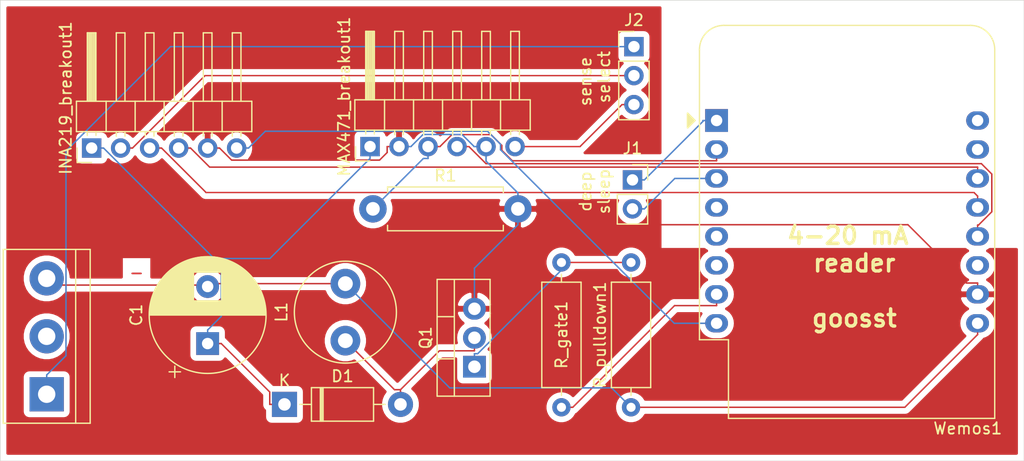
<source format=kicad_pcb>
(kicad_pcb (version 20171130) (host pcbnew 5.1.5+dfsg1-2build2)

  (general
    (thickness 1.6002)
    (drawings 8)
    (tracks 115)
    (zones 0)
    (modules 13)
    (nets 24)
  )

  (page A4)
  (layers
    (0 Front signal)
    (31 Back signal)
    (34 B.Paste user hide)
    (35 F.Paste user hide)
    (36 B.SilkS user hide)
    (37 F.SilkS user hide)
    (38 B.Mask user hide)
    (39 F.Mask user hide)
    (44 Edge.Cuts user)
    (45 Margin user hide)
    (46 B.CrtYd user hide)
    (47 F.CrtYd user hide)
    (49 F.Fab user)
  )

  (setup
    (last_trace_width 0.127)
    (user_trace_width 0.15)
    (user_trace_width 0.2)
    (user_trace_width 0.4)
    (user_trace_width 0.6)
    (trace_clearance 0.127)
    (zone_clearance 0.508)
    (zone_45_only no)
    (trace_min 0.127)
    (via_size 0.6)
    (via_drill 0.3)
    (via_min_size 0.6)
    (via_min_drill 0.3)
    (user_via 0.6 0.3)
    (user_via 0.9 0.4)
    (uvia_size 0.6858)
    (uvia_drill 0.3302)
    (uvias_allowed no)
    (uvia_min_size 0.2)
    (uvia_min_drill 0.1)
    (edge_width 0.0381)
    (segment_width 0.254)
    (pcb_text_width 0.3048)
    (pcb_text_size 1.524 1.524)
    (mod_edge_width 0.1524)
    (mod_text_size 0.8128 0.8128)
    (mod_text_width 0.1524)
    (pad_size 1.524 1.524)
    (pad_drill 0.762)
    (pad_to_mask_clearance 0)
    (solder_mask_min_width 0.12)
    (aux_axis_origin 128.016 114.3)
    (grid_origin 112.014 101.6)
    (visible_elements FFFFFF7F)
    (pcbplotparams
      (layerselection 0x010e0_ffffffff)
      (usegerberextensions false)
      (usegerberattributes false)
      (usegerberadvancedattributes false)
      (creategerberjobfile false)
      (excludeedgelayer true)
      (linewidth 0.100000)
      (plotframeref false)
      (viasonmask false)
      (mode 1)
      (useauxorigin false)
      (hpglpennumber 1)
      (hpglpenspeed 20)
      (hpglpendiameter 15.000000)
      (psnegative false)
      (psa4output false)
      (plotreference true)
      (plotvalue true)
      (plotinvisibletext false)
      (padsonsilk false)
      (subtractmaskfromsilk false)
      (outputformat 1)
      (mirror false)
      (drillshape 0)
      (scaleselection 1)
      (outputdirectory "gerber/"))
  )

  (net 0 "")
  (net 1 +3V3)
  (net 2 GNDREF)
  (net 3 /SCL)
  (net 4 /SDA)
  (net 5 /RST)
  (net 6 /D0)
  (net 7 /D8)
  (net 8 "Net-(Sensor1-Pad2)")
  (net 9 "Net-(Wemos1-Pad4)")
  (net 10 "Net-(Wemos1-Pad5)")
  (net 11 "Net-(Wemos1-Pad6)")
  (net 12 "Net-(Wemos1-Pad11)")
  (net 13 "Net-(Wemos1-Pad15)")
  (net 14 "Net-(Wemos1-Pad16)")
  (net 15 /Vdc_out_plus)
  (net 16 +5V)
  (net 17 "Net-(D1-Pad2)")
  (net 18 /Vshunt_INA219)
  (net 19 /Vshunt_select)
  (net 20 /Vshunt_MAX417)
  (net 21 /A0)
  (net 22 /D3)
  (net 23 "Net-(Q1-Pad1)")

  (net_class Default "This is the default net class."
    (clearance 0.127)
    (trace_width 0.127)
    (via_dia 0.6)
    (via_drill 0.3)
    (uvia_dia 0.6858)
    (uvia_drill 0.3302)
    (diff_pair_width 0.1524)
    (diff_pair_gap 0.254)
    (add_net +3V3)
    (add_net +5V)
    (add_net /A0)
    (add_net /D0)
    (add_net /D3)
    (add_net /D8)
    (add_net /RST)
    (add_net /SCL)
    (add_net /SDA)
    (add_net /Vdc_out_plus)
    (add_net /Vshunt_INA219)
    (add_net /Vshunt_MAX417)
    (add_net /Vshunt_select)
    (add_net GNDREF)
    (add_net "Net-(D1-Pad2)")
    (add_net "Net-(Q1-Pad1)")
    (add_net "Net-(Sensor1-Pad2)")
    (add_net "Net-(Wemos1-Pad11)")
    (add_net "Net-(Wemos1-Pad15)")
    (add_net "Net-(Wemos1-Pad16)")
    (add_net "Net-(Wemos1-Pad4)")
    (add_net "Net-(Wemos1-Pad5)")
    (add_net "Net-(Wemos1-Pad6)")
  )

  (module Connector_PinSocket_2.54mm:PinSocket_1x02_P2.54mm_Vertical (layer Front) (tedit 5A19A420) (tstamp 5E905428)
    (at 176.784 75.057)
    (descr "Through hole straight socket strip, 1x02, 2.54mm pitch, single row (from Kicad 4.0.7), script generated")
    (tags "Through hole socket strip THT 1x02 2.54mm single row")
    (path /5E95FC10)
    (fp_text reference J1 (at 0 -2.77) (layer F.SilkS)
      (effects (font (size 1 1) (thickness 0.15)))
    )
    (fp_text value Conn_01x02_Female (at 0 5.31) (layer F.Fab) hide
      (effects (font (size 1 1) (thickness 0.15)))
    )
    (fp_line (start -1.27 -1.27) (end 0.635 -1.27) (layer F.Fab) (width 0.1))
    (fp_line (start 0.635 -1.27) (end 1.27 -0.635) (layer F.Fab) (width 0.1))
    (fp_line (start 1.27 -0.635) (end 1.27 3.81) (layer F.Fab) (width 0.1))
    (fp_line (start 1.27 3.81) (end -1.27 3.81) (layer F.Fab) (width 0.1))
    (fp_line (start -1.27 3.81) (end -1.27 -1.27) (layer F.Fab) (width 0.1))
    (fp_line (start -1.33 1.27) (end 1.33 1.27) (layer F.SilkS) (width 0.12))
    (fp_line (start -1.33 1.27) (end -1.33 3.87) (layer F.SilkS) (width 0.12))
    (fp_line (start -1.33 3.87) (end 1.33 3.87) (layer F.SilkS) (width 0.12))
    (fp_line (start 1.33 1.27) (end 1.33 3.87) (layer F.SilkS) (width 0.12))
    (fp_line (start 1.33 -1.33) (end 1.33 0) (layer F.SilkS) (width 0.12))
    (fp_line (start 0 -1.33) (end 1.33 -1.33) (layer F.SilkS) (width 0.12))
    (fp_line (start -1.8 -1.8) (end 1.75 -1.8) (layer F.CrtYd) (width 0.05))
    (fp_line (start 1.75 -1.8) (end 1.75 4.3) (layer F.CrtYd) (width 0.05))
    (fp_line (start 1.75 4.3) (end -1.8 4.3) (layer F.CrtYd) (width 0.05))
    (fp_line (start -1.8 4.3) (end -1.8 -1.8) (layer F.CrtYd) (width 0.05))
    (fp_text user %R (at 0 1.27 90) (layer F.Fab)
      (effects (font (size 1 1) (thickness 0.15)))
    )
    (pad 1 thru_hole rect (at 0 0) (size 1.7 1.7) (drill 1) (layers *.Cu *.Mask)
      (net 5 /RST))
    (pad 2 thru_hole oval (at 0 2.54) (size 1.7 1.7) (drill 1) (layers *.Cu *.Mask)
      (net 6 /D0))
    (model ${KISYS3DMOD}/Connector_PinSocket_2.54mm.3dshapes/PinSocket_1x02_P2.54mm_Vertical.wrl
      (at (xyz 0 0 0))
      (scale (xyz 1 1 1))
      (rotate (xyz 0 0 0))
    )
  )

  (module TerminalBlock:TerminalBlock_bornier-3_P5.08mm (layer Front) (tedit 59FF03B9) (tstamp 5E905307)
    (at 125.476 93.853 90)
    (descr "simple 3-pin terminal block, pitch 5.08mm, revamped version of bornier3")
    (tags "terminal block bornier3")
    (path /5E917A0C)
    (fp_text reference Sensor1 (at 5.05 -4.65 90) (layer F.SilkS)
      (effects (font (size 1 1) (thickness 0.15)))
    )
    (fp_text value Screw_Terminal_01x03 (at 5.08 5.08 90) (layer F.Fab) hide
      (effects (font (size 1 1) (thickness 0.15)))
    )
    (fp_text user %R (at 5.08 0 90) (layer F.Fab)
      (effects (font (size 1 1) (thickness 0.15)))
    )
    (fp_line (start -2.47 2.55) (end 12.63 2.55) (layer F.Fab) (width 0.1))
    (fp_line (start -2.47 -3.75) (end 12.63 -3.75) (layer F.Fab) (width 0.1))
    (fp_line (start 12.63 -3.75) (end 12.63 3.75) (layer F.Fab) (width 0.1))
    (fp_line (start 12.63 3.75) (end -2.47 3.75) (layer F.Fab) (width 0.1))
    (fp_line (start -2.47 3.75) (end -2.47 -3.75) (layer F.Fab) (width 0.1))
    (fp_line (start -2.54 3.81) (end -2.54 -3.81) (layer F.SilkS) (width 0.12))
    (fp_line (start 12.7 3.81) (end 12.7 -3.81) (layer F.SilkS) (width 0.12))
    (fp_line (start -2.54 2.54) (end 12.7 2.54) (layer F.SilkS) (width 0.12))
    (fp_line (start -2.54 -3.81) (end 12.7 -3.81) (layer F.SilkS) (width 0.12))
    (fp_line (start -2.54 3.81) (end 12.7 3.81) (layer F.SilkS) (width 0.12))
    (fp_line (start -2.72 -4) (end 12.88 -4) (layer F.CrtYd) (width 0.05))
    (fp_line (start -2.72 -4) (end -2.72 4) (layer F.CrtYd) (width 0.05))
    (fp_line (start 12.88 4) (end 12.88 -4) (layer F.CrtYd) (width 0.05))
    (fp_line (start 12.88 4) (end -2.72 4) (layer F.CrtYd) (width 0.05))
    (pad 1 thru_hole rect (at 0 0 90) (size 3 3) (drill 1.52) (layers *.Cu *.Mask)
      (net 19 /Vshunt_select))
    (pad 2 thru_hole circle (at 5.08 0 90) (size 3 3) (drill 1.52) (layers *.Cu *.Mask)
      (net 8 "Net-(Sensor1-Pad2)"))
    (pad 3 thru_hole circle (at 10.16 0 90) (size 3 3) (drill 1.52) (layers *.Cu *.Mask)
      (net 16 +5V))
    (model ${KISYS3DMOD}/TerminalBlock.3dshapes/TerminalBlock_bornier-3_P5.08mm.wrl
      (offset (xyz 5.079999923706055 0 0))
      (scale (xyz 1 1 1))
      (rotate (xyz 0 0 0))
    )
  )

  (module Module:WEMOS_D1_mini_light (layer Front) (tedit 5BBFB1CE) (tstamp 5E904658)
    (at 184.15 69.85)
    (descr "16-pin module, column spacing 22.86 mm (900 mils), https://wiki.wemos.cc/products:d1:d1_mini, https://c1.staticflickr.com/1/734/31400410271_f278b087db_z.jpg")
    (tags "ESP8266 WiFi microcontroller")
    (path /5E84D4E4)
    (fp_text reference Wemos1 (at 22 27) (layer F.SilkS)
      (effects (font (size 1 1) (thickness 0.15)))
    )
    (fp_text value WeMos_D1_mini (at 11.7 0) (layer F.Fab)
      (effects (font (size 1 1) (thickness 0.15)))
    )
    (fp_line (start 1.04 26.12) (end 24.36 26.12) (layer F.SilkS) (width 0.12))
    (fp_line (start -1.5 19.22) (end -1.5 -6.21) (layer F.SilkS) (width 0.12))
    (fp_line (start 24.36 26.12) (end 24.36 -6.21) (layer F.SilkS) (width 0.12))
    (fp_line (start 22.24 -8.34) (end 0.63 -8.34) (layer F.SilkS) (width 0.12))
    (fp_line (start 1.17 25.99) (end 24.23 25.99) (layer F.Fab) (width 0.1))
    (fp_line (start 24.23 25.99) (end 24.23 -6.21) (layer F.Fab) (width 0.1))
    (fp_line (start 22.23 -8.21) (end 0.63 -8.21) (layer F.Fab) (width 0.1))
    (fp_line (start -1.37 1) (end -1.37 19.09) (layer F.Fab) (width 0.1))
    (fp_text user %R (at 11.43 10) (layer F.Fab)
      (effects (font (size 1 1) (thickness 0.15)))
    )
    (fp_line (start -1.62 -8.46) (end 24.48 -8.46) (layer F.CrtYd) (width 0.05))
    (fp_line (start 24.48 -8.41) (end 24.48 26.24) (layer F.CrtYd) (width 0.05))
    (fp_line (start 24.48 26.24) (end -1.62 26.24) (layer F.CrtYd) (width 0.05))
    (fp_line (start -1.62 26.24) (end -1.62 -8.46) (layer F.CrtYd) (width 0.05))
    (fp_poly (pts (xy -2.54 -0.635) (xy -2.54 0.635) (xy -1.905 0)) (layer F.SilkS) (width 0.15))
    (fp_line (start -1.35 -1.4) (end 24.25 -1.4) (layer Dwgs.User) (width 0.1))
    (fp_line (start 24.25 -1.4) (end 24.25 -8.2) (layer Dwgs.User) (width 0.1))
    (fp_line (start 24.25 -8.2) (end -1.35 -8.2) (layer Dwgs.User) (width 0.1))
    (fp_line (start -1.35 -8.2) (end -1.35 -1.4) (layer Dwgs.User) (width 0.1))
    (fp_line (start -1.35 -1.4) (end 5.45 -8.2) (layer Dwgs.User) (width 0.1))
    (fp_line (start 0.65 -1.4) (end 7.45 -8.2) (layer Dwgs.User) (width 0.1))
    (fp_line (start 2.65 -1.4) (end 9.45 -8.2) (layer Dwgs.User) (width 0.1))
    (fp_line (start 4.65 -1.4) (end 11.45 -8.2) (layer Dwgs.User) (width 0.1))
    (fp_line (start 6.65 -1.4) (end 13.45 -8.2) (layer Dwgs.User) (width 0.1))
    (fp_line (start 8.65 -1.4) (end 15.45 -8.2) (layer Dwgs.User) (width 0.1))
    (fp_line (start 10.65 -1.4) (end 17.45 -8.2) (layer Dwgs.User) (width 0.1))
    (fp_line (start 12.65 -1.4) (end 19.45 -8.2) (layer Dwgs.User) (width 0.1))
    (fp_line (start 14.65 -1.4) (end 21.45 -8.2) (layer Dwgs.User) (width 0.1))
    (fp_line (start 16.65 -1.4) (end 23.45 -8.2) (layer Dwgs.User) (width 0.1))
    (fp_line (start 18.65 -1.4) (end 24.25 -7) (layer Dwgs.User) (width 0.1))
    (fp_line (start 20.65 -1.4) (end 24.25 -5) (layer Dwgs.User) (width 0.1))
    (fp_line (start 22.65 -1.4) (end 24.25 -3) (layer Dwgs.User) (width 0.1))
    (fp_line (start -1.35 -3.4) (end 3.45 -8.2) (layer Dwgs.User) (width 0.1))
    (fp_line (start -1.3 -5.45) (end 1.45 -8.2) (layer Dwgs.User) (width 0.1))
    (fp_line (start -1.35 -7.4) (end -0.55 -8.2) (layer Dwgs.User) (width 0.1))
    (fp_line (start -1.37 19.09) (end 1.17 19.09) (layer F.Fab) (width 0.1))
    (fp_line (start 1.17 19.09) (end 1.17 25.99) (layer F.Fab) (width 0.1))
    (fp_line (start -1.37 -6.21) (end -1.37 -1) (layer F.Fab) (width 0.1))
    (fp_line (start -1.37 1) (end -0.37 0) (layer F.Fab) (width 0.1))
    (fp_line (start -0.37 0) (end -1.37 -1) (layer F.Fab) (width 0.1))
    (fp_arc (start 0.63 -6.21) (end 0.63 -8.21) (angle -90) (layer F.Fab) (width 0.1))
    (fp_arc (start 22.23 -6.21) (end 24.23 -6.19) (angle -90) (layer F.Fab) (width 0.1))
    (fp_line (start -1.5 19.22) (end 1.04 19.22) (layer F.SilkS) (width 0.12))
    (fp_line (start 1.04 19.22) (end 1.04 26.12) (layer F.SilkS) (width 0.12))
    (fp_arc (start 0.63 -6.21) (end 0.63 -8.34) (angle -90) (layer F.SilkS) (width 0.12))
    (fp_arc (start 22.23 -6.21) (end 24.36 -6.21) (angle -90) (layer F.SilkS) (width 0.12))
    (fp_text user "KEEP OUT" (at 11.43 -6.35) (layer Cmts.User)
      (effects (font (size 1 1) (thickness 0.15)))
    )
    (fp_text user "No copper" (at 11.43 -3.81) (layer Cmts.User)
      (effects (font (size 1 1) (thickness 0.15)))
    )
    (pad 2 thru_hole oval (at 0 2.54) (size 2 1.6) (drill 1) (layers *.Cu *.Mask)
      (net 21 /A0))
    (pad 1 thru_hole rect (at 0 0) (size 2 2) (drill 1) (layers *.Cu *.Mask)
      (net 5 /RST))
    (pad 3 thru_hole oval (at 0 5.08) (size 2 1.6) (drill 1) (layers *.Cu *.Mask)
      (net 6 /D0))
    (pad 4 thru_hole oval (at 0 7.62) (size 2 1.6) (drill 1) (layers *.Cu *.Mask)
      (net 9 "Net-(Wemos1-Pad4)"))
    (pad 5 thru_hole oval (at 0 10.16) (size 2 1.6) (drill 1) (layers *.Cu *.Mask)
      (net 10 "Net-(Wemos1-Pad5)"))
    (pad 6 thru_hole oval (at 0 12.7) (size 2 1.6) (drill 1) (layers *.Cu *.Mask)
      (net 11 "Net-(Wemos1-Pad6)"))
    (pad 7 thru_hole oval (at 0 15.24) (size 2 1.6) (drill 1) (layers *.Cu *.Mask)
      (net 7 /D8))
    (pad 8 thru_hole oval (at 0 17.78) (size 2 1.6) (drill 1) (layers *.Cu *.Mask)
      (net 1 +3V3))
    (pad 9 thru_hole oval (at 22.86 17.78) (size 2 1.6) (drill 1) (layers *.Cu *.Mask)
      (net 16 +5V))
    (pad 10 thru_hole oval (at 22.86 15.24) (size 2 1.6) (drill 1) (layers *.Cu *.Mask)
      (net 2 GNDREF))
    (pad 11 thru_hole oval (at 22.86 12.7) (size 2 1.6) (drill 1) (layers *.Cu *.Mask)
      (net 12 "Net-(Wemos1-Pad11)"))
    (pad 12 thru_hole oval (at 22.86 10.16) (size 2 1.6) (drill 1) (layers *.Cu *.Mask)
      (net 22 /D3))
    (pad 13 thru_hole oval (at 22.86 7.62) (size 2 1.6) (drill 1) (layers *.Cu *.Mask)
      (net 4 /SDA))
    (pad 14 thru_hole oval (at 22.86 5.08) (size 2 1.6) (drill 1) (layers *.Cu *.Mask)
      (net 3 /SCL))
    (pad 15 thru_hole oval (at 22.86 2.54) (size 2 1.6) (drill 1) (layers *.Cu *.Mask)
      (net 13 "Net-(Wemos1-Pad15)"))
    (pad 16 thru_hole oval (at 22.86 0) (size 2 1.6) (drill 1) (layers *.Cu *.Mask)
      (net 14 "Net-(Wemos1-Pad16)"))
    (model ${KISYS3DMOD}/Module.3dshapes/WEMOS_D1_mini_light.wrl
      (at (xyz 0 0 0))
      (scale (xyz 1 1 1))
      (rotate (xyz 0 0 0))
    )
    (model ${KISYS3DMOD}/Connector_PinHeader_2.54mm.3dshapes/PinHeader_1x08_P2.54mm_Vertical.wrl
      (offset (xyz 0 0 9.5))
      (scale (xyz 1 1 1))
      (rotate (xyz 0 -180 0))
    )
    (model ${KISYS3DMOD}/Connector_PinHeader_2.54mm.3dshapes/PinHeader_1x08_P2.54mm_Vertical.wrl
      (offset (xyz 22.86 0 9.5))
      (scale (xyz 1 1 1))
      (rotate (xyz 0 -180 0))
    )
    (model ${KISYS3DMOD}/Connector_PinSocket_2.54mm.3dshapes/PinSocket_1x08_P2.54mm_Vertical.wrl
      (at (xyz 0 0 0))
      (scale (xyz 1 1 1))
      (rotate (xyz 0 0 0))
    )
    (model ${KISYS3DMOD}/Connector_PinSocket_2.54mm.3dshapes/PinSocket_1x08_P2.54mm_Vertical.wrl
      (offset (xyz 22.86 0 0))
      (scale (xyz 1 1 1))
      (rotate (xyz 0 0 0))
    )
  )

  (module Capacitor_THT:CP_Radial_D10.0mm_P5.00mm (layer Front) (tedit 5AE50EF1) (tstamp 5F4AD30E)
    (at 139.573 89.408 90)
    (descr "CP, Radial series, Radial, pin pitch=5.00mm, , diameter=10mm, Electrolytic Capacitor")
    (tags "CP Radial series Radial pin pitch 5.00mm  diameter 10mm Electrolytic Capacitor")
    (path /5F4A7E1B/5F4A8BEC)
    (fp_text reference C1 (at 2.5 -6.25 90) (layer F.SilkS)
      (effects (font (size 1 1) (thickness 0.15)))
    )
    (fp_text value CP (at 2.5 6.25 90) (layer F.Fab)
      (effects (font (size 1 1) (thickness 0.15)))
    )
    (fp_circle (center 2.5 0) (end 7.5 0) (layer F.Fab) (width 0.1))
    (fp_circle (center 2.5 0) (end 7.62 0) (layer F.SilkS) (width 0.12))
    (fp_circle (center 2.5 0) (end 7.75 0) (layer F.CrtYd) (width 0.05))
    (fp_line (start -1.788861 -2.1875) (end -0.788861 -2.1875) (layer F.Fab) (width 0.1))
    (fp_line (start -1.288861 -2.6875) (end -1.288861 -1.6875) (layer F.Fab) (width 0.1))
    (fp_line (start 2.5 -5.08) (end 2.5 5.08) (layer F.SilkS) (width 0.12))
    (fp_line (start 2.54 -5.08) (end 2.54 5.08) (layer F.SilkS) (width 0.12))
    (fp_line (start 2.58 -5.08) (end 2.58 5.08) (layer F.SilkS) (width 0.12))
    (fp_line (start 2.62 -5.079) (end 2.62 5.079) (layer F.SilkS) (width 0.12))
    (fp_line (start 2.66 -5.078) (end 2.66 5.078) (layer F.SilkS) (width 0.12))
    (fp_line (start 2.7 -5.077) (end 2.7 5.077) (layer F.SilkS) (width 0.12))
    (fp_line (start 2.74 -5.075) (end 2.74 5.075) (layer F.SilkS) (width 0.12))
    (fp_line (start 2.78 -5.073) (end 2.78 5.073) (layer F.SilkS) (width 0.12))
    (fp_line (start 2.82 -5.07) (end 2.82 5.07) (layer F.SilkS) (width 0.12))
    (fp_line (start 2.86 -5.068) (end 2.86 5.068) (layer F.SilkS) (width 0.12))
    (fp_line (start 2.9 -5.065) (end 2.9 5.065) (layer F.SilkS) (width 0.12))
    (fp_line (start 2.94 -5.062) (end 2.94 5.062) (layer F.SilkS) (width 0.12))
    (fp_line (start 2.98 -5.058) (end 2.98 5.058) (layer F.SilkS) (width 0.12))
    (fp_line (start 3.02 -5.054) (end 3.02 5.054) (layer F.SilkS) (width 0.12))
    (fp_line (start 3.06 -5.05) (end 3.06 5.05) (layer F.SilkS) (width 0.12))
    (fp_line (start 3.1 -5.045) (end 3.1 5.045) (layer F.SilkS) (width 0.12))
    (fp_line (start 3.14 -5.04) (end 3.14 5.04) (layer F.SilkS) (width 0.12))
    (fp_line (start 3.18 -5.035) (end 3.18 5.035) (layer F.SilkS) (width 0.12))
    (fp_line (start 3.221 -5.03) (end 3.221 5.03) (layer F.SilkS) (width 0.12))
    (fp_line (start 3.261 -5.024) (end 3.261 5.024) (layer F.SilkS) (width 0.12))
    (fp_line (start 3.301 -5.018) (end 3.301 5.018) (layer F.SilkS) (width 0.12))
    (fp_line (start 3.341 -5.011) (end 3.341 5.011) (layer F.SilkS) (width 0.12))
    (fp_line (start 3.381 -5.004) (end 3.381 5.004) (layer F.SilkS) (width 0.12))
    (fp_line (start 3.421 -4.997) (end 3.421 4.997) (layer F.SilkS) (width 0.12))
    (fp_line (start 3.461 -4.99) (end 3.461 4.99) (layer F.SilkS) (width 0.12))
    (fp_line (start 3.501 -4.982) (end 3.501 4.982) (layer F.SilkS) (width 0.12))
    (fp_line (start 3.541 -4.974) (end 3.541 4.974) (layer F.SilkS) (width 0.12))
    (fp_line (start 3.581 -4.965) (end 3.581 4.965) (layer F.SilkS) (width 0.12))
    (fp_line (start 3.621 -4.956) (end 3.621 4.956) (layer F.SilkS) (width 0.12))
    (fp_line (start 3.661 -4.947) (end 3.661 4.947) (layer F.SilkS) (width 0.12))
    (fp_line (start 3.701 -4.938) (end 3.701 4.938) (layer F.SilkS) (width 0.12))
    (fp_line (start 3.741 -4.928) (end 3.741 4.928) (layer F.SilkS) (width 0.12))
    (fp_line (start 3.781 -4.918) (end 3.781 -1.241) (layer F.SilkS) (width 0.12))
    (fp_line (start 3.781 1.241) (end 3.781 4.918) (layer F.SilkS) (width 0.12))
    (fp_line (start 3.821 -4.907) (end 3.821 -1.241) (layer F.SilkS) (width 0.12))
    (fp_line (start 3.821 1.241) (end 3.821 4.907) (layer F.SilkS) (width 0.12))
    (fp_line (start 3.861 -4.897) (end 3.861 -1.241) (layer F.SilkS) (width 0.12))
    (fp_line (start 3.861 1.241) (end 3.861 4.897) (layer F.SilkS) (width 0.12))
    (fp_line (start 3.901 -4.885) (end 3.901 -1.241) (layer F.SilkS) (width 0.12))
    (fp_line (start 3.901 1.241) (end 3.901 4.885) (layer F.SilkS) (width 0.12))
    (fp_line (start 3.941 -4.874) (end 3.941 -1.241) (layer F.SilkS) (width 0.12))
    (fp_line (start 3.941 1.241) (end 3.941 4.874) (layer F.SilkS) (width 0.12))
    (fp_line (start 3.981 -4.862) (end 3.981 -1.241) (layer F.SilkS) (width 0.12))
    (fp_line (start 3.981 1.241) (end 3.981 4.862) (layer F.SilkS) (width 0.12))
    (fp_line (start 4.021 -4.85) (end 4.021 -1.241) (layer F.SilkS) (width 0.12))
    (fp_line (start 4.021 1.241) (end 4.021 4.85) (layer F.SilkS) (width 0.12))
    (fp_line (start 4.061 -4.837) (end 4.061 -1.241) (layer F.SilkS) (width 0.12))
    (fp_line (start 4.061 1.241) (end 4.061 4.837) (layer F.SilkS) (width 0.12))
    (fp_line (start 4.101 -4.824) (end 4.101 -1.241) (layer F.SilkS) (width 0.12))
    (fp_line (start 4.101 1.241) (end 4.101 4.824) (layer F.SilkS) (width 0.12))
    (fp_line (start 4.141 -4.811) (end 4.141 -1.241) (layer F.SilkS) (width 0.12))
    (fp_line (start 4.141 1.241) (end 4.141 4.811) (layer F.SilkS) (width 0.12))
    (fp_line (start 4.181 -4.797) (end 4.181 -1.241) (layer F.SilkS) (width 0.12))
    (fp_line (start 4.181 1.241) (end 4.181 4.797) (layer F.SilkS) (width 0.12))
    (fp_line (start 4.221 -4.783) (end 4.221 -1.241) (layer F.SilkS) (width 0.12))
    (fp_line (start 4.221 1.241) (end 4.221 4.783) (layer F.SilkS) (width 0.12))
    (fp_line (start 4.261 -4.768) (end 4.261 -1.241) (layer F.SilkS) (width 0.12))
    (fp_line (start 4.261 1.241) (end 4.261 4.768) (layer F.SilkS) (width 0.12))
    (fp_line (start 4.301 -4.754) (end 4.301 -1.241) (layer F.SilkS) (width 0.12))
    (fp_line (start 4.301 1.241) (end 4.301 4.754) (layer F.SilkS) (width 0.12))
    (fp_line (start 4.341 -4.738) (end 4.341 -1.241) (layer F.SilkS) (width 0.12))
    (fp_line (start 4.341 1.241) (end 4.341 4.738) (layer F.SilkS) (width 0.12))
    (fp_line (start 4.381 -4.723) (end 4.381 -1.241) (layer F.SilkS) (width 0.12))
    (fp_line (start 4.381 1.241) (end 4.381 4.723) (layer F.SilkS) (width 0.12))
    (fp_line (start 4.421 -4.707) (end 4.421 -1.241) (layer F.SilkS) (width 0.12))
    (fp_line (start 4.421 1.241) (end 4.421 4.707) (layer F.SilkS) (width 0.12))
    (fp_line (start 4.461 -4.69) (end 4.461 -1.241) (layer F.SilkS) (width 0.12))
    (fp_line (start 4.461 1.241) (end 4.461 4.69) (layer F.SilkS) (width 0.12))
    (fp_line (start 4.501 -4.674) (end 4.501 -1.241) (layer F.SilkS) (width 0.12))
    (fp_line (start 4.501 1.241) (end 4.501 4.674) (layer F.SilkS) (width 0.12))
    (fp_line (start 4.541 -4.657) (end 4.541 -1.241) (layer F.SilkS) (width 0.12))
    (fp_line (start 4.541 1.241) (end 4.541 4.657) (layer F.SilkS) (width 0.12))
    (fp_line (start 4.581 -4.639) (end 4.581 -1.241) (layer F.SilkS) (width 0.12))
    (fp_line (start 4.581 1.241) (end 4.581 4.639) (layer F.SilkS) (width 0.12))
    (fp_line (start 4.621 -4.621) (end 4.621 -1.241) (layer F.SilkS) (width 0.12))
    (fp_line (start 4.621 1.241) (end 4.621 4.621) (layer F.SilkS) (width 0.12))
    (fp_line (start 4.661 -4.603) (end 4.661 -1.241) (layer F.SilkS) (width 0.12))
    (fp_line (start 4.661 1.241) (end 4.661 4.603) (layer F.SilkS) (width 0.12))
    (fp_line (start 4.701 -4.584) (end 4.701 -1.241) (layer F.SilkS) (width 0.12))
    (fp_line (start 4.701 1.241) (end 4.701 4.584) (layer F.SilkS) (width 0.12))
    (fp_line (start 4.741 -4.564) (end 4.741 -1.241) (layer F.SilkS) (width 0.12))
    (fp_line (start 4.741 1.241) (end 4.741 4.564) (layer F.SilkS) (width 0.12))
    (fp_line (start 4.781 -4.545) (end 4.781 -1.241) (layer F.SilkS) (width 0.12))
    (fp_line (start 4.781 1.241) (end 4.781 4.545) (layer F.SilkS) (width 0.12))
    (fp_line (start 4.821 -4.525) (end 4.821 -1.241) (layer F.SilkS) (width 0.12))
    (fp_line (start 4.821 1.241) (end 4.821 4.525) (layer F.SilkS) (width 0.12))
    (fp_line (start 4.861 -4.504) (end 4.861 -1.241) (layer F.SilkS) (width 0.12))
    (fp_line (start 4.861 1.241) (end 4.861 4.504) (layer F.SilkS) (width 0.12))
    (fp_line (start 4.901 -4.483) (end 4.901 -1.241) (layer F.SilkS) (width 0.12))
    (fp_line (start 4.901 1.241) (end 4.901 4.483) (layer F.SilkS) (width 0.12))
    (fp_line (start 4.941 -4.462) (end 4.941 -1.241) (layer F.SilkS) (width 0.12))
    (fp_line (start 4.941 1.241) (end 4.941 4.462) (layer F.SilkS) (width 0.12))
    (fp_line (start 4.981 -4.44) (end 4.981 -1.241) (layer F.SilkS) (width 0.12))
    (fp_line (start 4.981 1.241) (end 4.981 4.44) (layer F.SilkS) (width 0.12))
    (fp_line (start 5.021 -4.417) (end 5.021 -1.241) (layer F.SilkS) (width 0.12))
    (fp_line (start 5.021 1.241) (end 5.021 4.417) (layer F.SilkS) (width 0.12))
    (fp_line (start 5.061 -4.395) (end 5.061 -1.241) (layer F.SilkS) (width 0.12))
    (fp_line (start 5.061 1.241) (end 5.061 4.395) (layer F.SilkS) (width 0.12))
    (fp_line (start 5.101 -4.371) (end 5.101 -1.241) (layer F.SilkS) (width 0.12))
    (fp_line (start 5.101 1.241) (end 5.101 4.371) (layer F.SilkS) (width 0.12))
    (fp_line (start 5.141 -4.347) (end 5.141 -1.241) (layer F.SilkS) (width 0.12))
    (fp_line (start 5.141 1.241) (end 5.141 4.347) (layer F.SilkS) (width 0.12))
    (fp_line (start 5.181 -4.323) (end 5.181 -1.241) (layer F.SilkS) (width 0.12))
    (fp_line (start 5.181 1.241) (end 5.181 4.323) (layer F.SilkS) (width 0.12))
    (fp_line (start 5.221 -4.298) (end 5.221 -1.241) (layer F.SilkS) (width 0.12))
    (fp_line (start 5.221 1.241) (end 5.221 4.298) (layer F.SilkS) (width 0.12))
    (fp_line (start 5.261 -4.273) (end 5.261 -1.241) (layer F.SilkS) (width 0.12))
    (fp_line (start 5.261 1.241) (end 5.261 4.273) (layer F.SilkS) (width 0.12))
    (fp_line (start 5.301 -4.247) (end 5.301 -1.241) (layer F.SilkS) (width 0.12))
    (fp_line (start 5.301 1.241) (end 5.301 4.247) (layer F.SilkS) (width 0.12))
    (fp_line (start 5.341 -4.221) (end 5.341 -1.241) (layer F.SilkS) (width 0.12))
    (fp_line (start 5.341 1.241) (end 5.341 4.221) (layer F.SilkS) (width 0.12))
    (fp_line (start 5.381 -4.194) (end 5.381 -1.241) (layer F.SilkS) (width 0.12))
    (fp_line (start 5.381 1.241) (end 5.381 4.194) (layer F.SilkS) (width 0.12))
    (fp_line (start 5.421 -4.166) (end 5.421 -1.241) (layer F.SilkS) (width 0.12))
    (fp_line (start 5.421 1.241) (end 5.421 4.166) (layer F.SilkS) (width 0.12))
    (fp_line (start 5.461 -4.138) (end 5.461 -1.241) (layer F.SilkS) (width 0.12))
    (fp_line (start 5.461 1.241) (end 5.461 4.138) (layer F.SilkS) (width 0.12))
    (fp_line (start 5.501 -4.11) (end 5.501 -1.241) (layer F.SilkS) (width 0.12))
    (fp_line (start 5.501 1.241) (end 5.501 4.11) (layer F.SilkS) (width 0.12))
    (fp_line (start 5.541 -4.08) (end 5.541 -1.241) (layer F.SilkS) (width 0.12))
    (fp_line (start 5.541 1.241) (end 5.541 4.08) (layer F.SilkS) (width 0.12))
    (fp_line (start 5.581 -4.05) (end 5.581 -1.241) (layer F.SilkS) (width 0.12))
    (fp_line (start 5.581 1.241) (end 5.581 4.05) (layer F.SilkS) (width 0.12))
    (fp_line (start 5.621 -4.02) (end 5.621 -1.241) (layer F.SilkS) (width 0.12))
    (fp_line (start 5.621 1.241) (end 5.621 4.02) (layer F.SilkS) (width 0.12))
    (fp_line (start 5.661 -3.989) (end 5.661 -1.241) (layer F.SilkS) (width 0.12))
    (fp_line (start 5.661 1.241) (end 5.661 3.989) (layer F.SilkS) (width 0.12))
    (fp_line (start 5.701 -3.957) (end 5.701 -1.241) (layer F.SilkS) (width 0.12))
    (fp_line (start 5.701 1.241) (end 5.701 3.957) (layer F.SilkS) (width 0.12))
    (fp_line (start 5.741 -3.925) (end 5.741 -1.241) (layer F.SilkS) (width 0.12))
    (fp_line (start 5.741 1.241) (end 5.741 3.925) (layer F.SilkS) (width 0.12))
    (fp_line (start 5.781 -3.892) (end 5.781 -1.241) (layer F.SilkS) (width 0.12))
    (fp_line (start 5.781 1.241) (end 5.781 3.892) (layer F.SilkS) (width 0.12))
    (fp_line (start 5.821 -3.858) (end 5.821 -1.241) (layer F.SilkS) (width 0.12))
    (fp_line (start 5.821 1.241) (end 5.821 3.858) (layer F.SilkS) (width 0.12))
    (fp_line (start 5.861 -3.824) (end 5.861 -1.241) (layer F.SilkS) (width 0.12))
    (fp_line (start 5.861 1.241) (end 5.861 3.824) (layer F.SilkS) (width 0.12))
    (fp_line (start 5.901 -3.789) (end 5.901 -1.241) (layer F.SilkS) (width 0.12))
    (fp_line (start 5.901 1.241) (end 5.901 3.789) (layer F.SilkS) (width 0.12))
    (fp_line (start 5.941 -3.753) (end 5.941 -1.241) (layer F.SilkS) (width 0.12))
    (fp_line (start 5.941 1.241) (end 5.941 3.753) (layer F.SilkS) (width 0.12))
    (fp_line (start 5.981 -3.716) (end 5.981 -1.241) (layer F.SilkS) (width 0.12))
    (fp_line (start 5.981 1.241) (end 5.981 3.716) (layer F.SilkS) (width 0.12))
    (fp_line (start 6.021 -3.679) (end 6.021 -1.241) (layer F.SilkS) (width 0.12))
    (fp_line (start 6.021 1.241) (end 6.021 3.679) (layer F.SilkS) (width 0.12))
    (fp_line (start 6.061 -3.64) (end 6.061 -1.241) (layer F.SilkS) (width 0.12))
    (fp_line (start 6.061 1.241) (end 6.061 3.64) (layer F.SilkS) (width 0.12))
    (fp_line (start 6.101 -3.601) (end 6.101 -1.241) (layer F.SilkS) (width 0.12))
    (fp_line (start 6.101 1.241) (end 6.101 3.601) (layer F.SilkS) (width 0.12))
    (fp_line (start 6.141 -3.561) (end 6.141 -1.241) (layer F.SilkS) (width 0.12))
    (fp_line (start 6.141 1.241) (end 6.141 3.561) (layer F.SilkS) (width 0.12))
    (fp_line (start 6.181 -3.52) (end 6.181 -1.241) (layer F.SilkS) (width 0.12))
    (fp_line (start 6.181 1.241) (end 6.181 3.52) (layer F.SilkS) (width 0.12))
    (fp_line (start 6.221 -3.478) (end 6.221 -1.241) (layer F.SilkS) (width 0.12))
    (fp_line (start 6.221 1.241) (end 6.221 3.478) (layer F.SilkS) (width 0.12))
    (fp_line (start 6.261 -3.436) (end 6.261 3.436) (layer F.SilkS) (width 0.12))
    (fp_line (start 6.301 -3.392) (end 6.301 3.392) (layer F.SilkS) (width 0.12))
    (fp_line (start 6.341 -3.347) (end 6.341 3.347) (layer F.SilkS) (width 0.12))
    (fp_line (start 6.381 -3.301) (end 6.381 3.301) (layer F.SilkS) (width 0.12))
    (fp_line (start 6.421 -3.254) (end 6.421 3.254) (layer F.SilkS) (width 0.12))
    (fp_line (start 6.461 -3.206) (end 6.461 3.206) (layer F.SilkS) (width 0.12))
    (fp_line (start 6.501 -3.156) (end 6.501 3.156) (layer F.SilkS) (width 0.12))
    (fp_line (start 6.541 -3.106) (end 6.541 3.106) (layer F.SilkS) (width 0.12))
    (fp_line (start 6.581 -3.054) (end 6.581 3.054) (layer F.SilkS) (width 0.12))
    (fp_line (start 6.621 -3) (end 6.621 3) (layer F.SilkS) (width 0.12))
    (fp_line (start 6.661 -2.945) (end 6.661 2.945) (layer F.SilkS) (width 0.12))
    (fp_line (start 6.701 -2.889) (end 6.701 2.889) (layer F.SilkS) (width 0.12))
    (fp_line (start 6.741 -2.83) (end 6.741 2.83) (layer F.SilkS) (width 0.12))
    (fp_line (start 6.781 -2.77) (end 6.781 2.77) (layer F.SilkS) (width 0.12))
    (fp_line (start 6.821 -2.709) (end 6.821 2.709) (layer F.SilkS) (width 0.12))
    (fp_line (start 6.861 -2.645) (end 6.861 2.645) (layer F.SilkS) (width 0.12))
    (fp_line (start 6.901 -2.579) (end 6.901 2.579) (layer F.SilkS) (width 0.12))
    (fp_line (start 6.941 -2.51) (end 6.941 2.51) (layer F.SilkS) (width 0.12))
    (fp_line (start 6.981 -2.439) (end 6.981 2.439) (layer F.SilkS) (width 0.12))
    (fp_line (start 7.021 -2.365) (end 7.021 2.365) (layer F.SilkS) (width 0.12))
    (fp_line (start 7.061 -2.289) (end 7.061 2.289) (layer F.SilkS) (width 0.12))
    (fp_line (start 7.101 -2.209) (end 7.101 2.209) (layer F.SilkS) (width 0.12))
    (fp_line (start 7.141 -2.125) (end 7.141 2.125) (layer F.SilkS) (width 0.12))
    (fp_line (start 7.181 -2.037) (end 7.181 2.037) (layer F.SilkS) (width 0.12))
    (fp_line (start 7.221 -1.944) (end 7.221 1.944) (layer F.SilkS) (width 0.12))
    (fp_line (start 7.261 -1.846) (end 7.261 1.846) (layer F.SilkS) (width 0.12))
    (fp_line (start 7.301 -1.742) (end 7.301 1.742) (layer F.SilkS) (width 0.12))
    (fp_line (start 7.341 -1.63) (end 7.341 1.63) (layer F.SilkS) (width 0.12))
    (fp_line (start 7.381 -1.51) (end 7.381 1.51) (layer F.SilkS) (width 0.12))
    (fp_line (start 7.421 -1.378) (end 7.421 1.378) (layer F.SilkS) (width 0.12))
    (fp_line (start 7.461 -1.23) (end 7.461 1.23) (layer F.SilkS) (width 0.12))
    (fp_line (start 7.501 -1.062) (end 7.501 1.062) (layer F.SilkS) (width 0.12))
    (fp_line (start 7.541 -0.862) (end 7.541 0.862) (layer F.SilkS) (width 0.12))
    (fp_line (start 7.581 -0.599) (end 7.581 0.599) (layer F.SilkS) (width 0.12))
    (fp_line (start -2.979646 -2.875) (end -1.979646 -2.875) (layer F.SilkS) (width 0.12))
    (fp_line (start -2.479646 -3.375) (end -2.479646 -2.375) (layer F.SilkS) (width 0.12))
    (fp_text user %R (at 2.5 0 90) (layer F.Fab)
      (effects (font (size 1 1) (thickness 0.15)))
    )
    (pad 1 thru_hole rect (at 0 0 90) (size 2 2) (drill 1) (layers *.Cu *.Mask)
      (net 15 /Vdc_out_plus))
    (pad 2 thru_hole circle (at 5 0 90) (size 2 2) (drill 1) (layers *.Cu *.Mask)
      (net 16 +5V))
    (model ${KISYS3DMOD}/Capacitor_THT.3dshapes/CP_Radial_D10.0mm_P5.00mm.wrl
      (at (xyz 0 0 0))
      (scale (xyz 1 1 1))
      (rotate (xyz 0 0 0))
    )
  )

  (module Diode_THT:D_DO-41_SOD81_P10.16mm_Horizontal (layer Front) (tedit 5AE50CD5) (tstamp 5F4AD32D)
    (at 146.304 94.742)
    (descr "Diode, DO-41_SOD81 series, Axial, Horizontal, pin pitch=10.16mm, , length*diameter=5.2*2.7mm^2, , http://www.diodes.com/_files/packages/DO-41%20(Plastic).pdf")
    (tags "Diode DO-41_SOD81 series Axial Horizontal pin pitch 10.16mm  length 5.2mm diameter 2.7mm")
    (path /5F4A7E1B/5F4A8BBD)
    (fp_text reference D1 (at 5.08 -2.47) (layer F.SilkS)
      (effects (font (size 1 1) (thickness 0.15)))
    )
    (fp_text value 1N5817 (at 5.08 2.47) (layer F.Fab)
      (effects (font (size 1 1) (thickness 0.15)))
    )
    (fp_line (start 2.48 -1.35) (end 2.48 1.35) (layer F.Fab) (width 0.1))
    (fp_line (start 2.48 1.35) (end 7.68 1.35) (layer F.Fab) (width 0.1))
    (fp_line (start 7.68 1.35) (end 7.68 -1.35) (layer F.Fab) (width 0.1))
    (fp_line (start 7.68 -1.35) (end 2.48 -1.35) (layer F.Fab) (width 0.1))
    (fp_line (start 0 0) (end 2.48 0) (layer F.Fab) (width 0.1))
    (fp_line (start 10.16 0) (end 7.68 0) (layer F.Fab) (width 0.1))
    (fp_line (start 3.26 -1.35) (end 3.26 1.35) (layer F.Fab) (width 0.1))
    (fp_line (start 3.36 -1.35) (end 3.36 1.35) (layer F.Fab) (width 0.1))
    (fp_line (start 3.16 -1.35) (end 3.16 1.35) (layer F.Fab) (width 0.1))
    (fp_line (start 2.36 -1.47) (end 2.36 1.47) (layer F.SilkS) (width 0.12))
    (fp_line (start 2.36 1.47) (end 7.8 1.47) (layer F.SilkS) (width 0.12))
    (fp_line (start 7.8 1.47) (end 7.8 -1.47) (layer F.SilkS) (width 0.12))
    (fp_line (start 7.8 -1.47) (end 2.36 -1.47) (layer F.SilkS) (width 0.12))
    (fp_line (start 1.34 0) (end 2.36 0) (layer F.SilkS) (width 0.12))
    (fp_line (start 8.82 0) (end 7.8 0) (layer F.SilkS) (width 0.12))
    (fp_line (start 3.26 -1.47) (end 3.26 1.47) (layer F.SilkS) (width 0.12))
    (fp_line (start 3.38 -1.47) (end 3.38 1.47) (layer F.SilkS) (width 0.12))
    (fp_line (start 3.14 -1.47) (end 3.14 1.47) (layer F.SilkS) (width 0.12))
    (fp_line (start -1.35 -1.6) (end -1.35 1.6) (layer F.CrtYd) (width 0.05))
    (fp_line (start -1.35 1.6) (end 11.51 1.6) (layer F.CrtYd) (width 0.05))
    (fp_line (start 11.51 1.6) (end 11.51 -1.6) (layer F.CrtYd) (width 0.05))
    (fp_line (start 11.51 -1.6) (end -1.35 -1.6) (layer F.CrtYd) (width 0.05))
    (fp_text user %R (at 5.47 0) (layer F.Fab)
      (effects (font (size 1 1) (thickness 0.15)))
    )
    (fp_text user K (at 0 -2.1) (layer F.Fab)
      (effects (font (size 1 1) (thickness 0.15)))
    )
    (fp_text user K (at 0 -2.1) (layer F.SilkS)
      (effects (font (size 1 1) (thickness 0.15)))
    )
    (pad 1 thru_hole rect (at 0 0) (size 2.2 2.2) (drill 1.1) (layers *.Cu *.Mask)
      (net 15 /Vdc_out_plus))
    (pad 2 thru_hole oval (at 10.16 0) (size 2.2 2.2) (drill 1.1) (layers *.Cu *.Mask)
      (net 17 "Net-(D1-Pad2)"))
    (model ${KISYS3DMOD}/Diode_THT.3dshapes/D_DO-41_SOD81_P10.16mm_Horizontal.wrl
      (at (xyz 0 0 0))
      (scale (xyz 1 1 1))
      (rotate (xyz 0 0 0))
    )
  )

  (module Connector_PinHeader_2.54mm:PinHeader_1x06_P2.54mm_Horizontal (layer Front) (tedit 59FED5CB) (tstamp 5F4AD394)
    (at 129.413 72.263 90)
    (descr "Through hole angled pin header, 1x06, 2.54mm pitch, 6mm pin length, single row")
    (tags "Through hole angled pin header THT 1x06 2.54mm single row")
    (path /5F4A72D0)
    (fp_text reference INA219_breakout1 (at 4.385 -2.27 90) (layer F.SilkS)
      (effects (font (size 1 1) (thickness 0.15)))
    )
    (fp_text value Conn_01x06_Female (at 4.385 14.97 90) (layer F.Fab)
      (effects (font (size 1 1) (thickness 0.15)))
    )
    (fp_text user %R (at 2.77 6.35) (layer F.Fab)
      (effects (font (size 1 1) (thickness 0.15)))
    )
    (fp_line (start 10.55 -1.8) (end -1.8 -1.8) (layer F.CrtYd) (width 0.05))
    (fp_line (start 10.55 14.5) (end 10.55 -1.8) (layer F.CrtYd) (width 0.05))
    (fp_line (start -1.8 14.5) (end 10.55 14.5) (layer F.CrtYd) (width 0.05))
    (fp_line (start -1.8 -1.8) (end -1.8 14.5) (layer F.CrtYd) (width 0.05))
    (fp_line (start -1.27 -1.27) (end 0 -1.27) (layer F.SilkS) (width 0.12))
    (fp_line (start -1.27 0) (end -1.27 -1.27) (layer F.SilkS) (width 0.12))
    (fp_line (start 1.042929 13.08) (end 1.44 13.08) (layer F.SilkS) (width 0.12))
    (fp_line (start 1.042929 12.32) (end 1.44 12.32) (layer F.SilkS) (width 0.12))
    (fp_line (start 10.1 13.08) (end 4.1 13.08) (layer F.SilkS) (width 0.12))
    (fp_line (start 10.1 12.32) (end 10.1 13.08) (layer F.SilkS) (width 0.12))
    (fp_line (start 4.1 12.32) (end 10.1 12.32) (layer F.SilkS) (width 0.12))
    (fp_line (start 1.44 11.43) (end 4.1 11.43) (layer F.SilkS) (width 0.12))
    (fp_line (start 1.042929 10.54) (end 1.44 10.54) (layer F.SilkS) (width 0.12))
    (fp_line (start 1.042929 9.78) (end 1.44 9.78) (layer F.SilkS) (width 0.12))
    (fp_line (start 10.1 10.54) (end 4.1 10.54) (layer F.SilkS) (width 0.12))
    (fp_line (start 10.1 9.78) (end 10.1 10.54) (layer F.SilkS) (width 0.12))
    (fp_line (start 4.1 9.78) (end 10.1 9.78) (layer F.SilkS) (width 0.12))
    (fp_line (start 1.44 8.89) (end 4.1 8.89) (layer F.SilkS) (width 0.12))
    (fp_line (start 1.042929 8) (end 1.44 8) (layer F.SilkS) (width 0.12))
    (fp_line (start 1.042929 7.24) (end 1.44 7.24) (layer F.SilkS) (width 0.12))
    (fp_line (start 10.1 8) (end 4.1 8) (layer F.SilkS) (width 0.12))
    (fp_line (start 10.1 7.24) (end 10.1 8) (layer F.SilkS) (width 0.12))
    (fp_line (start 4.1 7.24) (end 10.1 7.24) (layer F.SilkS) (width 0.12))
    (fp_line (start 1.44 6.35) (end 4.1 6.35) (layer F.SilkS) (width 0.12))
    (fp_line (start 1.042929 5.46) (end 1.44 5.46) (layer F.SilkS) (width 0.12))
    (fp_line (start 1.042929 4.7) (end 1.44 4.7) (layer F.SilkS) (width 0.12))
    (fp_line (start 10.1 5.46) (end 4.1 5.46) (layer F.SilkS) (width 0.12))
    (fp_line (start 10.1 4.7) (end 10.1 5.46) (layer F.SilkS) (width 0.12))
    (fp_line (start 4.1 4.7) (end 10.1 4.7) (layer F.SilkS) (width 0.12))
    (fp_line (start 1.44 3.81) (end 4.1 3.81) (layer F.SilkS) (width 0.12))
    (fp_line (start 1.042929 2.92) (end 1.44 2.92) (layer F.SilkS) (width 0.12))
    (fp_line (start 1.042929 2.16) (end 1.44 2.16) (layer F.SilkS) (width 0.12))
    (fp_line (start 10.1 2.92) (end 4.1 2.92) (layer F.SilkS) (width 0.12))
    (fp_line (start 10.1 2.16) (end 10.1 2.92) (layer F.SilkS) (width 0.12))
    (fp_line (start 4.1 2.16) (end 10.1 2.16) (layer F.SilkS) (width 0.12))
    (fp_line (start 1.44 1.27) (end 4.1 1.27) (layer F.SilkS) (width 0.12))
    (fp_line (start 1.11 0.38) (end 1.44 0.38) (layer F.SilkS) (width 0.12))
    (fp_line (start 1.11 -0.38) (end 1.44 -0.38) (layer F.SilkS) (width 0.12))
    (fp_line (start 4.1 0.28) (end 10.1 0.28) (layer F.SilkS) (width 0.12))
    (fp_line (start 4.1 0.16) (end 10.1 0.16) (layer F.SilkS) (width 0.12))
    (fp_line (start 4.1 0.04) (end 10.1 0.04) (layer F.SilkS) (width 0.12))
    (fp_line (start 4.1 -0.08) (end 10.1 -0.08) (layer F.SilkS) (width 0.12))
    (fp_line (start 4.1 -0.2) (end 10.1 -0.2) (layer F.SilkS) (width 0.12))
    (fp_line (start 4.1 -0.32) (end 10.1 -0.32) (layer F.SilkS) (width 0.12))
    (fp_line (start 10.1 0.38) (end 4.1 0.38) (layer F.SilkS) (width 0.12))
    (fp_line (start 10.1 -0.38) (end 10.1 0.38) (layer F.SilkS) (width 0.12))
    (fp_line (start 4.1 -0.38) (end 10.1 -0.38) (layer F.SilkS) (width 0.12))
    (fp_line (start 4.1 -1.33) (end 1.44 -1.33) (layer F.SilkS) (width 0.12))
    (fp_line (start 4.1 14.03) (end 4.1 -1.33) (layer F.SilkS) (width 0.12))
    (fp_line (start 1.44 14.03) (end 4.1 14.03) (layer F.SilkS) (width 0.12))
    (fp_line (start 1.44 -1.33) (end 1.44 14.03) (layer F.SilkS) (width 0.12))
    (fp_line (start 4.04 13.02) (end 10.04 13.02) (layer F.Fab) (width 0.1))
    (fp_line (start 10.04 12.38) (end 10.04 13.02) (layer F.Fab) (width 0.1))
    (fp_line (start 4.04 12.38) (end 10.04 12.38) (layer F.Fab) (width 0.1))
    (fp_line (start -0.32 13.02) (end 1.5 13.02) (layer F.Fab) (width 0.1))
    (fp_line (start -0.32 12.38) (end -0.32 13.02) (layer F.Fab) (width 0.1))
    (fp_line (start -0.32 12.38) (end 1.5 12.38) (layer F.Fab) (width 0.1))
    (fp_line (start 4.04 10.48) (end 10.04 10.48) (layer F.Fab) (width 0.1))
    (fp_line (start 10.04 9.84) (end 10.04 10.48) (layer F.Fab) (width 0.1))
    (fp_line (start 4.04 9.84) (end 10.04 9.84) (layer F.Fab) (width 0.1))
    (fp_line (start -0.32 10.48) (end 1.5 10.48) (layer F.Fab) (width 0.1))
    (fp_line (start -0.32 9.84) (end -0.32 10.48) (layer F.Fab) (width 0.1))
    (fp_line (start -0.32 9.84) (end 1.5 9.84) (layer F.Fab) (width 0.1))
    (fp_line (start 4.04 7.94) (end 10.04 7.94) (layer F.Fab) (width 0.1))
    (fp_line (start 10.04 7.3) (end 10.04 7.94) (layer F.Fab) (width 0.1))
    (fp_line (start 4.04 7.3) (end 10.04 7.3) (layer F.Fab) (width 0.1))
    (fp_line (start -0.32 7.94) (end 1.5 7.94) (layer F.Fab) (width 0.1))
    (fp_line (start -0.32 7.3) (end -0.32 7.94) (layer F.Fab) (width 0.1))
    (fp_line (start -0.32 7.3) (end 1.5 7.3) (layer F.Fab) (width 0.1))
    (fp_line (start 4.04 5.4) (end 10.04 5.4) (layer F.Fab) (width 0.1))
    (fp_line (start 10.04 4.76) (end 10.04 5.4) (layer F.Fab) (width 0.1))
    (fp_line (start 4.04 4.76) (end 10.04 4.76) (layer F.Fab) (width 0.1))
    (fp_line (start -0.32 5.4) (end 1.5 5.4) (layer F.Fab) (width 0.1))
    (fp_line (start -0.32 4.76) (end -0.32 5.4) (layer F.Fab) (width 0.1))
    (fp_line (start -0.32 4.76) (end 1.5 4.76) (layer F.Fab) (width 0.1))
    (fp_line (start 4.04 2.86) (end 10.04 2.86) (layer F.Fab) (width 0.1))
    (fp_line (start 10.04 2.22) (end 10.04 2.86) (layer F.Fab) (width 0.1))
    (fp_line (start 4.04 2.22) (end 10.04 2.22) (layer F.Fab) (width 0.1))
    (fp_line (start -0.32 2.86) (end 1.5 2.86) (layer F.Fab) (width 0.1))
    (fp_line (start -0.32 2.22) (end -0.32 2.86) (layer F.Fab) (width 0.1))
    (fp_line (start -0.32 2.22) (end 1.5 2.22) (layer F.Fab) (width 0.1))
    (fp_line (start 4.04 0.32) (end 10.04 0.32) (layer F.Fab) (width 0.1))
    (fp_line (start 10.04 -0.32) (end 10.04 0.32) (layer F.Fab) (width 0.1))
    (fp_line (start 4.04 -0.32) (end 10.04 -0.32) (layer F.Fab) (width 0.1))
    (fp_line (start -0.32 0.32) (end 1.5 0.32) (layer F.Fab) (width 0.1))
    (fp_line (start -0.32 -0.32) (end -0.32 0.32) (layer F.Fab) (width 0.1))
    (fp_line (start -0.32 -0.32) (end 1.5 -0.32) (layer F.Fab) (width 0.1))
    (fp_line (start 1.5 -0.635) (end 2.135 -1.27) (layer F.Fab) (width 0.1))
    (fp_line (start 1.5 13.97) (end 1.5 -0.635) (layer F.Fab) (width 0.1))
    (fp_line (start 4.04 13.97) (end 1.5 13.97) (layer F.Fab) (width 0.1))
    (fp_line (start 4.04 -1.27) (end 4.04 13.97) (layer F.Fab) (width 0.1))
    (fp_line (start 2.135 -1.27) (end 4.04 -1.27) (layer F.Fab) (width 0.1))
    (pad 6 thru_hole oval (at 0 12.7 90) (size 1.7 1.7) (drill 1) (layers *.Cu *.Mask)
      (net 1 +3V3))
    (pad 5 thru_hole oval (at 0 10.16 90) (size 1.7 1.7) (drill 1) (layers *.Cu *.Mask)
      (net 2 GNDREF))
    (pad 4 thru_hole oval (at 0 7.62 90) (size 1.7 1.7) (drill 1) (layers *.Cu *.Mask)
      (net 3 /SCL))
    (pad 3 thru_hole oval (at 0 5.08 90) (size 1.7 1.7) (drill 1) (layers *.Cu *.Mask)
      (net 4 /SDA))
    (pad 2 thru_hole oval (at 0 2.54 90) (size 1.7 1.7) (drill 1) (layers *.Cu *.Mask)
      (net 18 /Vshunt_INA219))
    (pad 1 thru_hole rect (at 0 0 90) (size 1.7 1.7) (drill 1) (layers *.Cu *.Mask)
      (net 15 /Vdc_out_plus))
    (model ${KISYS3DMOD}/Connector_PinHeader_2.54mm.3dshapes/PinHeader_1x06_P2.54mm_Horizontal.wrl
      (at (xyz 0 0 0))
      (scale (xyz 1 1 1))
      (rotate (xyz 0 0 0))
    )
  )

  (module Connector_PinHeader_2.54mm:PinHeader_1x03_P2.54mm_Vertical (layer Front) (tedit 59FED5CC) (tstamp 5F4AD3AB)
    (at 176.911 63.373)
    (descr "Through hole straight pin header, 1x03, 2.54mm pitch, single row")
    (tags "Through hole pin header THT 1x03 2.54mm single row")
    (path /5F4C1B6A)
    (fp_text reference J2 (at 0 -2.33) (layer F.SilkS)
      (effects (font (size 1 1) (thickness 0.15)))
    )
    (fp_text value select_sensing (at 0 7.41) (layer F.Fab)
      (effects (font (size 1 1) (thickness 0.15)))
    )
    (fp_line (start -0.635 -1.27) (end 1.27 -1.27) (layer F.Fab) (width 0.1))
    (fp_line (start 1.27 -1.27) (end 1.27 6.35) (layer F.Fab) (width 0.1))
    (fp_line (start 1.27 6.35) (end -1.27 6.35) (layer F.Fab) (width 0.1))
    (fp_line (start -1.27 6.35) (end -1.27 -0.635) (layer F.Fab) (width 0.1))
    (fp_line (start -1.27 -0.635) (end -0.635 -1.27) (layer F.Fab) (width 0.1))
    (fp_line (start -1.33 6.41) (end 1.33 6.41) (layer F.SilkS) (width 0.12))
    (fp_line (start -1.33 1.27) (end -1.33 6.41) (layer F.SilkS) (width 0.12))
    (fp_line (start 1.33 1.27) (end 1.33 6.41) (layer F.SilkS) (width 0.12))
    (fp_line (start -1.33 1.27) (end 1.33 1.27) (layer F.SilkS) (width 0.12))
    (fp_line (start -1.33 0) (end -1.33 -1.33) (layer F.SilkS) (width 0.12))
    (fp_line (start -1.33 -1.33) (end 0 -1.33) (layer F.SilkS) (width 0.12))
    (fp_line (start -1.8 -1.8) (end -1.8 6.85) (layer F.CrtYd) (width 0.05))
    (fp_line (start -1.8 6.85) (end 1.8 6.85) (layer F.CrtYd) (width 0.05))
    (fp_line (start 1.8 6.85) (end 1.8 -1.8) (layer F.CrtYd) (width 0.05))
    (fp_line (start 1.8 -1.8) (end -1.8 -1.8) (layer F.CrtYd) (width 0.05))
    (fp_text user %R (at 0 2.54 90) (layer F.Fab)
      (effects (font (size 1 1) (thickness 0.15)))
    )
    (pad 1 thru_hole rect (at 0 0) (size 1.7 1.7) (drill 1) (layers *.Cu *.Mask)
      (net 19 /Vshunt_select))
    (pad 2 thru_hole oval (at 0 2.54) (size 1.7 1.7) (drill 1) (layers *.Cu *.Mask)
      (net 18 /Vshunt_INA219))
    (pad 3 thru_hole oval (at 0 5.08) (size 1.7 1.7) (drill 1) (layers *.Cu *.Mask)
      (net 20 /Vshunt_MAX417))
    (model ${KISYS3DMOD}/Connector_PinHeader_2.54mm.3dshapes/PinHeader_1x03_P2.54mm_Vertical.wrl
      (at (xyz 0 0 0))
      (scale (xyz 1 1 1))
      (rotate (xyz 0 0 0))
    )
  )

  (module Inductor_THT:L_Radial_D8.7mm_P5.00mm_Fastron_07HCP (layer Front) (tedit 5AE59B06) (tstamp 5F4AD3B5)
    (at 151.638 89.154 90)
    (descr "Inductor, Radial series, Radial, pin pitch=5.00mm, , diameter=8.7mm, Fastron, 07HCP, http://cdn-reichelt.de/documents/datenblatt/B400/DS_07HCP.pdf")
    (tags "Inductor Radial series Radial pin pitch 5.00mm  diameter 8.7mm Fastron 07HCP")
    (path /5F4A7E1B/5F4A8BB7)
    (fp_text reference L1 (at 2.5 -5.6 90) (layer F.SilkS)
      (effects (font (size 1 1) (thickness 0.15)))
    )
    (fp_text value L_Core_Ferrite (at 2.5 5.6 90) (layer F.Fab)
      (effects (font (size 1 1) (thickness 0.15)))
    )
    (fp_circle (center 2.5 0) (end 6.85 0) (layer F.Fab) (width 0.1))
    (fp_circle (center 2.5 0) (end 6.97 0) (layer F.SilkS) (width 0.12))
    (fp_circle (center 2.5 0) (end 7.1 0) (layer F.CrtYd) (width 0.05))
    (fp_text user %R (at 2.5 0 90) (layer F.Fab)
      (effects (font (size 1 1) (thickness 0.15)))
    )
    (pad 1 thru_hole circle (at 0 0 90) (size 2.6 2.6) (drill 1.3) (layers *.Cu *.Mask)
      (net 17 "Net-(D1-Pad2)"))
    (pad 2 thru_hole circle (at 5 0 90) (size 2.6 2.6) (drill 1.3) (layers *.Cu *.Mask)
      (net 16 +5V))
    (model ${KISYS3DMOD}/Inductor_THT.3dshapes/L_Radial_D8.7mm_P5.00mm_Fastron_07HCP.wrl
      (at (xyz 0 0 0))
      (scale (xyz 1 1 1))
      (rotate (xyz 0 0 0))
    )
  )

  (module Connector_PinHeader_2.54mm:PinHeader_1x06_P2.54mm_Horizontal (layer Front) (tedit 59FED5CB) (tstamp 5F4AD41C)
    (at 153.797 72.136 90)
    (descr "Through hole angled pin header, 1x06, 2.54mm pitch, 6mm pin length, single row")
    (tags "Through hole angled pin header THT 1x06 2.54mm single row")
    (path /5F4B3B78)
    (fp_text reference MAX471_breakout1 (at 4.385 -2.27 90) (layer F.SilkS)
      (effects (font (size 1 1) (thickness 0.15)))
    )
    (fp_text value Conn_01x06_Female (at 4.385 14.97 90) (layer F.Fab) hide
      (effects (font (size 1 1) (thickness 0.15)))
    )
    (fp_line (start 2.135 -1.27) (end 4.04 -1.27) (layer F.Fab) (width 0.1))
    (fp_line (start 4.04 -1.27) (end 4.04 13.97) (layer F.Fab) (width 0.1))
    (fp_line (start 4.04 13.97) (end 1.5 13.97) (layer F.Fab) (width 0.1))
    (fp_line (start 1.5 13.97) (end 1.5 -0.635) (layer F.Fab) (width 0.1))
    (fp_line (start 1.5 -0.635) (end 2.135 -1.27) (layer F.Fab) (width 0.1))
    (fp_line (start -0.32 -0.32) (end 1.5 -0.32) (layer F.Fab) (width 0.1))
    (fp_line (start -0.32 -0.32) (end -0.32 0.32) (layer F.Fab) (width 0.1))
    (fp_line (start -0.32 0.32) (end 1.5 0.32) (layer F.Fab) (width 0.1))
    (fp_line (start 4.04 -0.32) (end 10.04 -0.32) (layer F.Fab) (width 0.1))
    (fp_line (start 10.04 -0.32) (end 10.04 0.32) (layer F.Fab) (width 0.1))
    (fp_line (start 4.04 0.32) (end 10.04 0.32) (layer F.Fab) (width 0.1))
    (fp_line (start -0.32 2.22) (end 1.5 2.22) (layer F.Fab) (width 0.1))
    (fp_line (start -0.32 2.22) (end -0.32 2.86) (layer F.Fab) (width 0.1))
    (fp_line (start -0.32 2.86) (end 1.5 2.86) (layer F.Fab) (width 0.1))
    (fp_line (start 4.04 2.22) (end 10.04 2.22) (layer F.Fab) (width 0.1))
    (fp_line (start 10.04 2.22) (end 10.04 2.86) (layer F.Fab) (width 0.1))
    (fp_line (start 4.04 2.86) (end 10.04 2.86) (layer F.Fab) (width 0.1))
    (fp_line (start -0.32 4.76) (end 1.5 4.76) (layer F.Fab) (width 0.1))
    (fp_line (start -0.32 4.76) (end -0.32 5.4) (layer F.Fab) (width 0.1))
    (fp_line (start -0.32 5.4) (end 1.5 5.4) (layer F.Fab) (width 0.1))
    (fp_line (start 4.04 4.76) (end 10.04 4.76) (layer F.Fab) (width 0.1))
    (fp_line (start 10.04 4.76) (end 10.04 5.4) (layer F.Fab) (width 0.1))
    (fp_line (start 4.04 5.4) (end 10.04 5.4) (layer F.Fab) (width 0.1))
    (fp_line (start -0.32 7.3) (end 1.5 7.3) (layer F.Fab) (width 0.1))
    (fp_line (start -0.32 7.3) (end -0.32 7.94) (layer F.Fab) (width 0.1))
    (fp_line (start -0.32 7.94) (end 1.5 7.94) (layer F.Fab) (width 0.1))
    (fp_line (start 4.04 7.3) (end 10.04 7.3) (layer F.Fab) (width 0.1))
    (fp_line (start 10.04 7.3) (end 10.04 7.94) (layer F.Fab) (width 0.1))
    (fp_line (start 4.04 7.94) (end 10.04 7.94) (layer F.Fab) (width 0.1))
    (fp_line (start -0.32 9.84) (end 1.5 9.84) (layer F.Fab) (width 0.1))
    (fp_line (start -0.32 9.84) (end -0.32 10.48) (layer F.Fab) (width 0.1))
    (fp_line (start -0.32 10.48) (end 1.5 10.48) (layer F.Fab) (width 0.1))
    (fp_line (start 4.04 9.84) (end 10.04 9.84) (layer F.Fab) (width 0.1))
    (fp_line (start 10.04 9.84) (end 10.04 10.48) (layer F.Fab) (width 0.1))
    (fp_line (start 4.04 10.48) (end 10.04 10.48) (layer F.Fab) (width 0.1))
    (fp_line (start -0.32 12.38) (end 1.5 12.38) (layer F.Fab) (width 0.1))
    (fp_line (start -0.32 12.38) (end -0.32 13.02) (layer F.Fab) (width 0.1))
    (fp_line (start -0.32 13.02) (end 1.5 13.02) (layer F.Fab) (width 0.1))
    (fp_line (start 4.04 12.38) (end 10.04 12.38) (layer F.Fab) (width 0.1))
    (fp_line (start 10.04 12.38) (end 10.04 13.02) (layer F.Fab) (width 0.1))
    (fp_line (start 4.04 13.02) (end 10.04 13.02) (layer F.Fab) (width 0.1))
    (fp_line (start 1.44 -1.33) (end 1.44 14.03) (layer F.SilkS) (width 0.12))
    (fp_line (start 1.44 14.03) (end 4.1 14.03) (layer F.SilkS) (width 0.12))
    (fp_line (start 4.1 14.03) (end 4.1 -1.33) (layer F.SilkS) (width 0.12))
    (fp_line (start 4.1 -1.33) (end 1.44 -1.33) (layer F.SilkS) (width 0.12))
    (fp_line (start 4.1 -0.38) (end 10.1 -0.38) (layer F.SilkS) (width 0.12))
    (fp_line (start 10.1 -0.38) (end 10.1 0.38) (layer F.SilkS) (width 0.12))
    (fp_line (start 10.1 0.38) (end 4.1 0.38) (layer F.SilkS) (width 0.12))
    (fp_line (start 4.1 -0.32) (end 10.1 -0.32) (layer F.SilkS) (width 0.12))
    (fp_line (start 4.1 -0.2) (end 10.1 -0.2) (layer F.SilkS) (width 0.12))
    (fp_line (start 4.1 -0.08) (end 10.1 -0.08) (layer F.SilkS) (width 0.12))
    (fp_line (start 4.1 0.04) (end 10.1 0.04) (layer F.SilkS) (width 0.12))
    (fp_line (start 4.1 0.16) (end 10.1 0.16) (layer F.SilkS) (width 0.12))
    (fp_line (start 4.1 0.28) (end 10.1 0.28) (layer F.SilkS) (width 0.12))
    (fp_line (start 1.11 -0.38) (end 1.44 -0.38) (layer F.SilkS) (width 0.12))
    (fp_line (start 1.11 0.38) (end 1.44 0.38) (layer F.SilkS) (width 0.12))
    (fp_line (start 1.44 1.27) (end 4.1 1.27) (layer F.SilkS) (width 0.12))
    (fp_line (start 4.1 2.16) (end 10.1 2.16) (layer F.SilkS) (width 0.12))
    (fp_line (start 10.1 2.16) (end 10.1 2.92) (layer F.SilkS) (width 0.12))
    (fp_line (start 10.1 2.92) (end 4.1 2.92) (layer F.SilkS) (width 0.12))
    (fp_line (start 1.042929 2.16) (end 1.44 2.16) (layer F.SilkS) (width 0.12))
    (fp_line (start 1.042929 2.92) (end 1.44 2.92) (layer F.SilkS) (width 0.12))
    (fp_line (start 1.44 3.81) (end 4.1 3.81) (layer F.SilkS) (width 0.12))
    (fp_line (start 4.1 4.7) (end 10.1 4.7) (layer F.SilkS) (width 0.12))
    (fp_line (start 10.1 4.7) (end 10.1 5.46) (layer F.SilkS) (width 0.12))
    (fp_line (start 10.1 5.46) (end 4.1 5.46) (layer F.SilkS) (width 0.12))
    (fp_line (start 1.042929 4.7) (end 1.44 4.7) (layer F.SilkS) (width 0.12))
    (fp_line (start 1.042929 5.46) (end 1.44 5.46) (layer F.SilkS) (width 0.12))
    (fp_line (start 1.44 6.35) (end 4.1 6.35) (layer F.SilkS) (width 0.12))
    (fp_line (start 4.1 7.24) (end 10.1 7.24) (layer F.SilkS) (width 0.12))
    (fp_line (start 10.1 7.24) (end 10.1 8) (layer F.SilkS) (width 0.12))
    (fp_line (start 10.1 8) (end 4.1 8) (layer F.SilkS) (width 0.12))
    (fp_line (start 1.042929 7.24) (end 1.44 7.24) (layer F.SilkS) (width 0.12))
    (fp_line (start 1.042929 8) (end 1.44 8) (layer F.SilkS) (width 0.12))
    (fp_line (start 1.44 8.89) (end 4.1 8.89) (layer F.SilkS) (width 0.12))
    (fp_line (start 4.1 9.78) (end 10.1 9.78) (layer F.SilkS) (width 0.12))
    (fp_line (start 10.1 9.78) (end 10.1 10.54) (layer F.SilkS) (width 0.12))
    (fp_line (start 10.1 10.54) (end 4.1 10.54) (layer F.SilkS) (width 0.12))
    (fp_line (start 1.042929 9.78) (end 1.44 9.78) (layer F.SilkS) (width 0.12))
    (fp_line (start 1.042929 10.54) (end 1.44 10.54) (layer F.SilkS) (width 0.12))
    (fp_line (start 1.44 11.43) (end 4.1 11.43) (layer F.SilkS) (width 0.12))
    (fp_line (start 4.1 12.32) (end 10.1 12.32) (layer F.SilkS) (width 0.12))
    (fp_line (start 10.1 12.32) (end 10.1 13.08) (layer F.SilkS) (width 0.12))
    (fp_line (start 10.1 13.08) (end 4.1 13.08) (layer F.SilkS) (width 0.12))
    (fp_line (start 1.042929 12.32) (end 1.44 12.32) (layer F.SilkS) (width 0.12))
    (fp_line (start 1.042929 13.08) (end 1.44 13.08) (layer F.SilkS) (width 0.12))
    (fp_line (start -1.27 0) (end -1.27 -1.27) (layer F.SilkS) (width 0.12))
    (fp_line (start -1.27 -1.27) (end 0 -1.27) (layer F.SilkS) (width 0.12))
    (fp_line (start -1.8 -1.8) (end -1.8 14.5) (layer F.CrtYd) (width 0.05))
    (fp_line (start -1.8 14.5) (end 10.55 14.5) (layer F.CrtYd) (width 0.05))
    (fp_line (start 10.55 14.5) (end 10.55 -1.8) (layer F.CrtYd) (width 0.05))
    (fp_line (start 10.55 -1.8) (end -1.8 -1.8) (layer F.CrtYd) (width 0.05))
    (fp_text user %R (at 2.77 6.35) (layer F.Fab)
      (effects (font (size 1 1) (thickness 0.15)))
    )
    (pad 1 thru_hole rect (at 0 0 90) (size 1.7 1.7) (drill 1) (layers *.Cu *.Mask)
      (net 15 /Vdc_out_plus))
    (pad 2 thru_hole oval (at 0 2.54 90) (size 1.7 1.7) (drill 1) (layers *.Cu *.Mask)
      (net 2 GNDREF))
    (pad 3 thru_hole oval (at 0 5.08 90) (size 1.7 1.7) (drill 1) (layers *.Cu *.Mask)
      (net 21 /A0))
    (pad 4 thru_hole oval (at 0 7.62 90) (size 1.7 1.7) (drill 1) (layers *.Cu *.Mask)
      (net 22 /D3))
    (pad 5 thru_hole oval (at 0 10.16 90) (size 1.7 1.7) (drill 1) (layers *.Cu *.Mask)
      (net 2 GNDREF))
    (pad 6 thru_hole oval (at 0 12.7 90) (size 1.7 1.7) (drill 1) (layers *.Cu *.Mask)
      (net 20 /Vshunt_MAX417))
    (model ${KISYS3DMOD}/Connector_PinHeader_2.54mm.3dshapes/PinHeader_1x06_P2.54mm_Horizontal.wrl
      (at (xyz 0 0 0))
      (scale (xyz 1 1 1))
      (rotate (xyz 0 0 0))
    )
  )

  (module Package_TO_SOT_THT:TO-220-3_Vertical (layer Front) (tedit 5AC8BA0D) (tstamp 5F4AD436)
    (at 162.941 91.44 90)
    (descr "TO-220-3, Vertical, RM 2.54mm, see https://www.vishay.com/docs/66542/to-220-1.pdf")
    (tags "TO-220-3 Vertical RM 2.54mm")
    (path /5F4A7E1B/5F4A8BB1)
    (fp_text reference Q1 (at 2.54 -4.27 90) (layer F.SilkS)
      (effects (font (size 1 1) (thickness 0.15)))
    )
    (fp_text value IRLZ44N (at 2.54 2.5 90) (layer F.Fab)
      (effects (font (size 1 1) (thickness 0.15)))
    )
    (fp_line (start -2.46 -3.15) (end -2.46 1.25) (layer F.Fab) (width 0.1))
    (fp_line (start -2.46 1.25) (end 7.54 1.25) (layer F.Fab) (width 0.1))
    (fp_line (start 7.54 1.25) (end 7.54 -3.15) (layer F.Fab) (width 0.1))
    (fp_line (start 7.54 -3.15) (end -2.46 -3.15) (layer F.Fab) (width 0.1))
    (fp_line (start -2.46 -1.88) (end 7.54 -1.88) (layer F.Fab) (width 0.1))
    (fp_line (start 0.69 -3.15) (end 0.69 -1.88) (layer F.Fab) (width 0.1))
    (fp_line (start 4.39 -3.15) (end 4.39 -1.88) (layer F.Fab) (width 0.1))
    (fp_line (start -2.58 -3.27) (end 7.66 -3.27) (layer F.SilkS) (width 0.12))
    (fp_line (start -2.58 1.371) (end 7.66 1.371) (layer F.SilkS) (width 0.12))
    (fp_line (start -2.58 -3.27) (end -2.58 1.371) (layer F.SilkS) (width 0.12))
    (fp_line (start 7.66 -3.27) (end 7.66 1.371) (layer F.SilkS) (width 0.12))
    (fp_line (start -2.58 -1.76) (end 7.66 -1.76) (layer F.SilkS) (width 0.12))
    (fp_line (start 0.69 -3.27) (end 0.69 -1.76) (layer F.SilkS) (width 0.12))
    (fp_line (start 4.391 -3.27) (end 4.391 -1.76) (layer F.SilkS) (width 0.12))
    (fp_line (start -2.71 -3.4) (end -2.71 1.51) (layer F.CrtYd) (width 0.05))
    (fp_line (start -2.71 1.51) (end 7.79 1.51) (layer F.CrtYd) (width 0.05))
    (fp_line (start 7.79 1.51) (end 7.79 -3.4) (layer F.CrtYd) (width 0.05))
    (fp_line (start 7.79 -3.4) (end -2.71 -3.4) (layer F.CrtYd) (width 0.05))
    (fp_text user %R (at 2.54 -4.27 90) (layer F.Fab)
      (effects (font (size 1 1) (thickness 0.15)))
    )
    (pad 1 thru_hole rect (at 0 0 90) (size 1.905 2) (drill 1.1) (layers *.Cu *.Mask)
      (net 23 "Net-(Q1-Pad1)"))
    (pad 2 thru_hole oval (at 2.54 0 90) (size 1.905 2) (drill 1.1) (layers *.Cu *.Mask)
      (net 17 "Net-(D1-Pad2)"))
    (pad 3 thru_hole oval (at 5.08 0 90) (size 1.905 2) (drill 1.1) (layers *.Cu *.Mask)
      (net 2 GNDREF))
    (model ${KISYS3DMOD}/Package_TO_SOT_THT.3dshapes/TO-220-3_Vertical.wrl
      (at (xyz 0 0 0))
      (scale (xyz 1 1 1))
      (rotate (xyz 0 0 0))
    )
  )

  (module Resistor_THT:R_Axial_DIN0411_L9.9mm_D3.6mm_P12.70mm_Horizontal (layer Front) (tedit 5AE5139B) (tstamp 5F4AD44D)
    (at 154.051 77.597)
    (descr "Resistor, Axial_DIN0411 series, Axial, Horizontal, pin pitch=12.7mm, 1W, length*diameter=9.9*3.6mm^2")
    (tags "Resistor Axial_DIN0411 series Axial Horizontal pin pitch 12.7mm 1W length 9.9mm diameter 3.6mm")
    (path /5F4C8890)
    (fp_text reference R1 (at 6.35 -2.92) (layer F.SilkS)
      (effects (font (size 1 1) (thickness 0.15)))
    )
    (fp_text value 200k (at 6.35 2.92) (layer F.Fab)
      (effects (font (size 1 1) (thickness 0.15)))
    )
    (fp_line (start 1.4 -1.8) (end 1.4 1.8) (layer F.Fab) (width 0.1))
    (fp_line (start 1.4 1.8) (end 11.3 1.8) (layer F.Fab) (width 0.1))
    (fp_line (start 11.3 1.8) (end 11.3 -1.8) (layer F.Fab) (width 0.1))
    (fp_line (start 11.3 -1.8) (end 1.4 -1.8) (layer F.Fab) (width 0.1))
    (fp_line (start 0 0) (end 1.4 0) (layer F.Fab) (width 0.1))
    (fp_line (start 12.7 0) (end 11.3 0) (layer F.Fab) (width 0.1))
    (fp_line (start 1.28 -1.44) (end 1.28 -1.92) (layer F.SilkS) (width 0.12))
    (fp_line (start 1.28 -1.92) (end 11.42 -1.92) (layer F.SilkS) (width 0.12))
    (fp_line (start 11.42 -1.92) (end 11.42 -1.44) (layer F.SilkS) (width 0.12))
    (fp_line (start 1.28 1.44) (end 1.28 1.92) (layer F.SilkS) (width 0.12))
    (fp_line (start 1.28 1.92) (end 11.42 1.92) (layer F.SilkS) (width 0.12))
    (fp_line (start 11.42 1.92) (end 11.42 1.44) (layer F.SilkS) (width 0.12))
    (fp_line (start -1.45 -2.05) (end -1.45 2.05) (layer F.CrtYd) (width 0.05))
    (fp_line (start -1.45 2.05) (end 14.15 2.05) (layer F.CrtYd) (width 0.05))
    (fp_line (start 14.15 2.05) (end 14.15 -2.05) (layer F.CrtYd) (width 0.05))
    (fp_line (start 14.15 -2.05) (end -1.45 -2.05) (layer F.CrtYd) (width 0.05))
    (fp_text user %R (at 6.35 0) (layer F.Fab)
      (effects (font (size 1 1) (thickness 0.15)))
    )
    (pad 1 thru_hole circle (at 0 0) (size 2.4 2.4) (drill 1.2) (layers *.Cu *.Mask)
      (net 21 /A0))
    (pad 2 thru_hole oval (at 12.7 0) (size 2.4 2.4) (drill 1.2) (layers *.Cu *.Mask)
      (net 2 GNDREF))
    (model ${KISYS3DMOD}/Resistor_THT.3dshapes/R_Axial_DIN0411_L9.9mm_D3.6mm_P12.70mm_Horizontal.wrl
      (at (xyz 0 0 0))
      (scale (xyz 1 1 1))
      (rotate (xyz 0 0 0))
    )
  )

  (module Resistor_THT:R_Axial_DIN0309_L9.0mm_D3.2mm_P12.70mm_Horizontal (layer Front) (tedit 5AE5139B) (tstamp 5F4AD464)
    (at 176.657 94.996 90)
    (descr "Resistor, Axial_DIN0309 series, Axial, Horizontal, pin pitch=12.7mm, 0.5W = 1/2W, length*diameter=9*3.2mm^2, http://cdn-reichelt.de/documents/datenblatt/B400/1_4W%23YAG.pdf")
    (tags "Resistor Axial_DIN0309 series Axial Horizontal pin pitch 12.7mm 0.5W = 1/2W length 9mm diameter 3.2mm")
    (path /5F4A7E1B/5F65DA73)
    (fp_text reference R_pulldown1 (at 6.35 -2.72 90) (layer F.SilkS)
      (effects (font (size 1 1) (thickness 0.15)))
    )
    (fp_text value 10k (at 6.35 2.72 90) (layer F.Fab)
      (effects (font (size 1 1) (thickness 0.15)))
    )
    (fp_text user %R (at 6.35 0 90) (layer F.Fab)
      (effects (font (size 1 1) (thickness 0.15)))
    )
    (fp_line (start 13.75 -1.85) (end -1.05 -1.85) (layer F.CrtYd) (width 0.05))
    (fp_line (start 13.75 1.85) (end 13.75 -1.85) (layer F.CrtYd) (width 0.05))
    (fp_line (start -1.05 1.85) (end 13.75 1.85) (layer F.CrtYd) (width 0.05))
    (fp_line (start -1.05 -1.85) (end -1.05 1.85) (layer F.CrtYd) (width 0.05))
    (fp_line (start 11.66 0) (end 10.97 0) (layer F.SilkS) (width 0.12))
    (fp_line (start 1.04 0) (end 1.73 0) (layer F.SilkS) (width 0.12))
    (fp_line (start 10.97 -1.72) (end 1.73 -1.72) (layer F.SilkS) (width 0.12))
    (fp_line (start 10.97 1.72) (end 10.97 -1.72) (layer F.SilkS) (width 0.12))
    (fp_line (start 1.73 1.72) (end 10.97 1.72) (layer F.SilkS) (width 0.12))
    (fp_line (start 1.73 -1.72) (end 1.73 1.72) (layer F.SilkS) (width 0.12))
    (fp_line (start 12.7 0) (end 10.85 0) (layer F.Fab) (width 0.1))
    (fp_line (start 0 0) (end 1.85 0) (layer F.Fab) (width 0.1))
    (fp_line (start 10.85 -1.6) (end 1.85 -1.6) (layer F.Fab) (width 0.1))
    (fp_line (start 10.85 1.6) (end 10.85 -1.6) (layer F.Fab) (width 0.1))
    (fp_line (start 1.85 1.6) (end 10.85 1.6) (layer F.Fab) (width 0.1))
    (fp_line (start 1.85 -1.6) (end 1.85 1.6) (layer F.Fab) (width 0.1))
    (pad 2 thru_hole oval (at 12.7 0 90) (size 1.6 1.6) (drill 0.8) (layers *.Cu *.Mask)
      (net 23 "Net-(Q1-Pad1)"))
    (pad 1 thru_hole circle (at 0 0 90) (size 1.6 1.6) (drill 0.8) (layers *.Cu *.Mask)
      (net 16 +5V))
    (model ${KISYS3DMOD}/Resistor_THT.3dshapes/R_Axial_DIN0309_L9.0mm_D3.2mm_P12.70mm_Horizontal.wrl
      (at (xyz 0 0 0))
      (scale (xyz 1 1 1))
      (rotate (xyz 0 0 0))
    )
  )

  (module Resistor_THT:R_Axial_DIN0309_L9.0mm_D3.2mm_P12.70mm_Horizontal (layer Front) (tedit 5AE5139B) (tstamp 5F4AD47B)
    (at 170.561 82.296 270)
    (descr "Resistor, Axial_DIN0309 series, Axial, Horizontal, pin pitch=12.7mm, 0.5W = 1/2W, length*diameter=9*3.2mm^2, http://cdn-reichelt.de/documents/datenblatt/B400/1_4W%23YAG.pdf")
    (tags "Resistor Axial_DIN0309 series Axial Horizontal pin pitch 12.7mm 0.5W = 1/2W length 9mm diameter 3.2mm")
    (path /5F4A7E1B/5F6598BF)
    (fp_text reference R_gate1 (at 6.35 0 90) (layer F.SilkS)
      (effects (font (size 1 1) (thickness 0.15)))
    )
    (fp_text value 200 (at 6.35 2.72 90) (layer F.Fab)
      (effects (font (size 1 1) (thickness 0.15)))
    )
    (fp_line (start 1.85 -1.6) (end 1.85 1.6) (layer F.Fab) (width 0.1))
    (fp_line (start 1.85 1.6) (end 10.85 1.6) (layer F.Fab) (width 0.1))
    (fp_line (start 10.85 1.6) (end 10.85 -1.6) (layer F.Fab) (width 0.1))
    (fp_line (start 10.85 -1.6) (end 1.85 -1.6) (layer F.Fab) (width 0.1))
    (fp_line (start 0 0) (end 1.85 0) (layer F.Fab) (width 0.1))
    (fp_line (start 12.7 0) (end 10.85 0) (layer F.Fab) (width 0.1))
    (fp_line (start 1.73 -1.72) (end 1.73 1.72) (layer F.SilkS) (width 0.12))
    (fp_line (start 1.73 1.72) (end 10.97 1.72) (layer F.SilkS) (width 0.12))
    (fp_line (start 10.97 1.72) (end 10.97 -1.72) (layer F.SilkS) (width 0.12))
    (fp_line (start 10.97 -1.72) (end 1.73 -1.72) (layer F.SilkS) (width 0.12))
    (fp_line (start 1.04 0) (end 1.73 0) (layer F.SilkS) (width 0.12))
    (fp_line (start 11.66 0) (end 10.97 0) (layer F.SilkS) (width 0.12))
    (fp_line (start -1.05 -1.85) (end -1.05 1.85) (layer F.CrtYd) (width 0.05))
    (fp_line (start -1.05 1.85) (end 13.75 1.85) (layer F.CrtYd) (width 0.05))
    (fp_line (start 13.75 1.85) (end 13.75 -1.85) (layer F.CrtYd) (width 0.05))
    (fp_line (start 13.75 -1.85) (end -1.05 -1.85) (layer F.CrtYd) (width 0.05))
    (fp_text user %R (at 6.35 0 90) (layer F.Fab)
      (effects (font (size 1 1) (thickness 0.15)))
    )
    (pad 1 thru_hole circle (at 0 0 270) (size 1.6 1.6) (drill 0.8) (layers *.Cu *.Mask)
      (net 23 "Net-(Q1-Pad1)"))
    (pad 2 thru_hole oval (at 12.7 0 270) (size 1.6 1.6) (drill 0.8) (layers *.Cu *.Mask)
      (net 7 /D8))
    (model ${KISYS3DMOD}/Resistor_THT.3dshapes/R_Axial_DIN0309_L9.0mm_D3.2mm_P12.70mm_Horizontal.wrl
      (at (xyz 0 0 0))
      (scale (xyz 1 1 1))
      (rotate (xyz 0 0 0))
    )
  )

  (gr_text "sense \nselect" (at 173.482 66.04 90) (layer F.SilkS)
    (effects (font (size 1.016 1.016) (thickness 0.1524)))
  )
  (gr_line (start 121.412 99.695) (end 121.412 59.309) (layer Edge.Cuts) (width 0.05) (tstamp 5E90728D))
  (gr_line (start 211.074 99.695) (end 121.412 99.695) (layer Edge.Cuts) (width 0.05))
  (gr_line (start 211.074 59.309) (end 211.074 99.695) (layer Edge.Cuts) (width 0.05))
  (gr_line (start 121.412 59.309) (end 211.074 59.309) (layer Edge.Cuts) (width 0.05))
  (gr_text "deep\nsleep" (at 173.482 76.073 90) (layer F.SilkS)
    (effects (font (size 1 1) (thickness 0.15)))
  )
  (gr_text - (at 133.35 83.185) (layer Front)
    (effects (font (size 1 1) (thickness 0.15)))
  )
  (gr_text "4-20 mA \nreader\n\ngoosst" (at 196.215 83.566) (layer F.SilkS)
    (effects (font (size 1.5 1.5) (thickness 0.3)))
  )

  (segment (start 142.113 72.263) (end 143.1538 72.263) (width 0.127) (layer Back) (net 1))
  (segment (start 143.1538 72.263) (end 144.6241 70.7927) (width 0.127) (layer Back) (net 1))
  (segment (start 144.6241 70.7927) (end 164.0871 70.7927) (width 0.127) (layer Back) (net 1))
  (segment (start 164.0871 70.7927) (end 165.227 71.9326) (width 0.127) (layer Back) (net 1))
  (segment (start 165.227 71.9326) (end 165.227 72.4169) (width 0.127) (layer Back) (net 1))
  (segment (start 165.227 72.4169) (end 180.4401 87.63) (width 0.127) (layer Back) (net 1))
  (segment (start 180.4401 87.63) (end 184.15 87.63) (width 0.127) (layer Back) (net 1))
  (segment (start 207.01 85.09) (end 207.01 84.0992) (width 0.127) (layer Front) (net 2))
  (segment (start 166.751 77.597) (end 168.1418 77.597) (width 0.127) (layer Front) (net 2))
  (segment (start 168.1418 77.597) (end 169.5326 78.9878) (width 0.127) (layer Front) (net 2))
  (segment (start 169.5326 78.9878) (end 200.9078 78.9878) (width 0.127) (layer Front) (net 2))
  (segment (start 200.9078 78.9878) (end 206.0192 84.0992) (width 0.127) (layer Front) (net 2))
  (segment (start 206.0192 84.0992) (end 207.01 84.0992) (width 0.127) (layer Front) (net 2))
  (segment (start 139.573 72.263) (end 140.6138 72.263) (width 0.127) (layer Front) (net 2))
  (segment (start 156.337 72.136) (end 155.2962 72.136) (width 0.127) (layer Front) (net 2))
  (segment (start 155.2962 72.136) (end 155.2962 72.6564) (width 0.127) (layer Front) (net 2))
  (segment (start 155.2962 72.6564) (end 154.6292 73.3234) (width 0.127) (layer Front) (net 2))
  (segment (start 154.6292 73.3234) (end 141.6742 73.3234) (width 0.127) (layer Front) (net 2))
  (segment (start 141.6742 73.3234) (end 140.6138 72.263) (width 0.127) (layer Front) (net 2))
  (segment (start 163.957 72.136) (end 162.9162 72.136) (width 0.127) (layer Back) (net 2))
  (segment (start 162.9162 72.136) (end 161.8544 71.0742) (width 0.127) (layer Back) (net 2))
  (segment (start 161.8544 71.0742) (end 158.4396 71.0742) (width 0.127) (layer Back) (net 2))
  (segment (start 158.4396 71.0742) (end 157.3778 72.136) (width 0.127) (layer Back) (net 2))
  (segment (start 166.751 76.2062) (end 163.957 73.4122) (width 0.127) (layer Back) (net 2))
  (segment (start 163.957 73.4122) (end 163.957 72.136) (width 0.127) (layer Back) (net 2))
  (segment (start 156.337 72.136) (end 157.3778 72.136) (width 0.127) (layer Back) (net 2))
  (segment (start 166.751 77.597) (end 166.751 78.9878) (width 0.127) (layer Back) (net 2))
  (segment (start 162.941 86.36) (end 162.941 82.7978) (width 0.127) (layer Back) (net 2))
  (segment (start 162.941 82.7978) (end 166.751 78.9878) (width 0.127) (layer Back) (net 2))
  (segment (start 166.751 77.597) (end 166.751 76.2062) (width 0.127) (layer Back) (net 2))
  (segment (start 207.01 74.93) (end 207.01 73.9392) (width 0.127) (layer Front) (net 3))
  (segment (start 137.033 72.263) (end 138.0738 72.263) (width 0.127) (layer Front) (net 3))
  (segment (start 138.0738 72.263) (end 139.75 73.9392) (width 0.127) (layer Front) (net 3))
  (segment (start 139.75 73.9392) (end 207.01 73.9392) (width 0.127) (layer Front) (net 3))
  (segment (start 207.01 77.47) (end 207.01 76.4792) (width 0.127) (layer Front) (net 4))
  (segment (start 134.493 72.263) (end 135.5338 72.263) (width 0.127) (layer Front) (net 4))
  (segment (start 135.5338 72.263) (end 139.4336 76.1628) (width 0.127) (layer Front) (net 4))
  (segment (start 139.4336 76.1628) (end 206.6936 76.1628) (width 0.127) (layer Front) (net 4))
  (segment (start 206.6936 76.1628) (end 207.01 76.4792) (width 0.127) (layer Front) (net 4))
  (segment (start 184.15 69.85) (end 182.9592 69.85) (width 0.127) (layer Back) (net 5))
  (segment (start 176.784 75.057) (end 177.8248 75.057) (width 0.127) (layer Back) (net 5))
  (segment (start 182.9592 69.85) (end 182.9592 69.9226) (width 0.127) (layer Back) (net 5))
  (segment (start 182.9592 69.9226) (end 177.8248 75.057) (width 0.127) (layer Back) (net 5))
  (segment (start 176.784 77.597) (end 177.8248 77.597) (width 0.127) (layer Back) (net 6))
  (segment (start 184.15 74.93) (end 180.4918 74.93) (width 0.127) (layer Back) (net 6))
  (segment (start 180.4918 74.93) (end 177.8248 77.597) (width 0.127) (layer Back) (net 6))
  (segment (start 170.561 94.996) (end 171.5518 94.996) (width 0.127) (layer Front) (net 7))
  (segment (start 184.15 85.09) (end 184.15 86.0808) (width 0.127) (layer Front) (net 7))
  (segment (start 171.5518 94.996) (end 180.467 86.0808) (width 0.127) (layer Front) (net 7))
  (segment (start 180.467 86.0808) (end 184.15 86.0808) (width 0.127) (layer Front) (net 7))
  (segment (start 139.573 89.408) (end 139.573 88.2172) (width 0.127) (layer Back) (net 15))
  (segment (start 129.413 72.263) (end 130.4538 72.263) (width 0.127) (layer Back) (net 15))
  (segment (start 140.7648 81.9502) (end 145.0236 81.9502) (width 0.127) (layer Back) (net 15))
  (segment (start 145.0236 81.9502) (end 153.797 73.1768) (width 0.127) (layer Back) (net 15))
  (segment (start 130.4538 72.263) (end 140.141 81.9502) (width 0.127) (layer Back) (net 15))
  (segment (start 140.141 81.9502) (end 140.7648 81.9502) (width 0.127) (layer Back) (net 15))
  (segment (start 140.7648 81.9502) (end 140.7648 87.0254) (width 0.127) (layer Back) (net 15))
  (segment (start 140.7648 87.0254) (end 139.573 88.2172) (width 0.127) (layer Back) (net 15))
  (segment (start 153.797 72.136) (end 153.797 73.1768) (width 0.127) (layer Back) (net 15))
  (segment (start 146.304 94.742) (end 145.0132 94.742) (width 0.127) (layer Front) (net 15))
  (segment (start 139.573 89.408) (end 140.7638 89.408) (width 0.127) (layer Front) (net 15))
  (segment (start 145.0132 94.742) (end 145.0132 93.6574) (width 0.127) (layer Front) (net 15))
  (segment (start 145.0132 93.6574) (end 140.7638 89.408) (width 0.127) (layer Front) (net 15))
  (segment (start 139.573 84.281) (end 126.064 84.281) (width 0.127) (layer Front) (net 16))
  (segment (start 126.064 84.281) (end 125.476 83.693) (width 0.127) (layer Front) (net 16))
  (segment (start 151.638 84.154) (end 139.7 84.154) (width 0.127) (layer Front) (net 16))
  (segment (start 139.7 84.154) (end 139.573 84.281) (width 0.127) (layer Front) (net 16))
  (segment (start 139.573 84.281) (end 139.573 84.408) (width 0.127) (layer Front) (net 16))
  (segment (start 207.01 87.63) (end 207.01 88.6208) (width 0.127) (layer Front) (net 16))
  (segment (start 176.657 94.996) (end 200.6348 94.996) (width 0.127) (layer Front) (net 16))
  (segment (start 200.6348 94.996) (end 207.01 88.6208) (width 0.127) (layer Front) (net 16))
  (segment (start 176.657 94.996) (end 174.9552 93.2942) (width 0.127) (layer Back) (net 16))
  (segment (start 174.9552 93.2942) (end 160.7782 93.2942) (width 0.127) (layer Back) (net 16))
  (segment (start 160.7782 93.2942) (end 151.638 84.154) (width 0.127) (layer Back) (net 16))
  (segment (start 162.941 88.9) (end 162.941 90.0433) (width 0.127) (layer Front) (net 17))
  (segment (start 162.941 90.0433) (end 159.8719 90.0433) (width 0.127) (layer Front) (net 17))
  (segment (start 159.8719 90.0433) (end 156.464 93.4512) (width 0.127) (layer Front) (net 17))
  (segment (start 156.464 94.742) (end 156.464 93.4512) (width 0.127) (layer Front) (net 17))
  (segment (start 151.638 89.154) (end 155.9352 93.4512) (width 0.127) (layer Front) (net 17))
  (segment (start 155.9352 93.4512) (end 156.464 93.4512) (width 0.127) (layer Front) (net 17))
  (segment (start 131.953 72.263) (end 132.9938 72.263) (width 0.127) (layer Front) (net 18))
  (segment (start 176.911 65.913) (end 139.3438 65.913) (width 0.127) (layer Front) (net 18))
  (segment (start 139.3438 65.913) (end 132.9938 72.263) (width 0.127) (layer Front) (net 18))
  (segment (start 125.476 93.853) (end 125.476 92.1622) (width 0.127) (layer Back) (net 19))
  (segment (start 176.911 63.373) (end 136.3198 63.373) (width 0.127) (layer Back) (net 19))
  (segment (start 136.3198 63.373) (end 127.1668 72.526) (width 0.127) (layer Back) (net 19))
  (segment (start 127.1668 72.526) (end 127.1668 90.4714) (width 0.127) (layer Back) (net 19))
  (segment (start 127.1668 90.4714) (end 125.476 92.1622) (width 0.127) (layer Back) (net 19))
  (segment (start 176.911 68.453) (end 175.8702 68.453) (width 0.127) (layer Front) (net 20))
  (segment (start 166.497 72.136) (end 172.1872 72.136) (width 0.127) (layer Front) (net 20))
  (segment (start 172.1872 72.136) (end 175.8702 68.453) (width 0.127) (layer Front) (net 20))
  (segment (start 184.15 72.39) (end 184.15 73.3808) (width 0.127) (layer Front) (net 21))
  (segment (start 158.877 72.136) (end 159.9178 72.136) (width 0.127) (layer Front) (net 21))
  (segment (start 159.9178 72.136) (end 160.9664 71.0874) (width 0.127) (layer Front) (net 21))
  (segment (start 160.9664 71.0874) (end 164.3923 71.0874) (width 0.127) (layer Front) (net 21))
  (segment (start 164.3923 71.0874) (end 165.3407 72.0358) (width 0.127) (layer Front) (net 21))
  (segment (start 165.3407 72.0358) (end 165.3407 72.4637) (width 0.127) (layer Front) (net 21))
  (segment (start 165.3407 72.4637) (end 166.2578 73.3808) (width 0.127) (layer Front) (net 21))
  (segment (start 166.2578 73.3808) (end 184.15 73.3808) (width 0.127) (layer Front) (net 21))
  (segment (start 158.877 72.136) (end 158.877 73.1768) (width 0.127) (layer Back) (net 21))
  (segment (start 154.051 77.597) (end 158.4712 73.1768) (width 0.127) (layer Back) (net 21))
  (segment (start 158.4712 73.1768) (end 158.877 73.1768) (width 0.127) (layer Back) (net 21))
  (segment (start 207.01 80.01) (end 207.01 79.0192) (width 0.127) (layer Front) (net 22))
  (segment (start 161.417 72.136) (end 162.4578 72.136) (width 0.127) (layer Front) (net 22))
  (segment (start 162.4578 72.136) (end 163.9569 73.6351) (width 0.127) (layer Front) (net 22))
  (segment (start 163.9569 73.6351) (end 207.3423 73.6351) (width 0.127) (layer Front) (net 22))
  (segment (start 207.3423 73.6351) (end 208.2549 74.5477) (width 0.127) (layer Front) (net 22))
  (segment (start 208.2549 74.5477) (end 208.2549 77.8506) (width 0.127) (layer Front) (net 22))
  (segment (start 208.2549 77.8506) (end 207.0863 79.0192) (width 0.127) (layer Front) (net 22))
  (segment (start 207.0863 79.0192) (end 207.01 79.0192) (width 0.127) (layer Front) (net 22))
  (segment (start 162.941 91.44) (end 162.941 90.2967) (width 0.127) (layer Back) (net 23))
  (segment (start 170.561 82.296) (end 170.561 82.9625) (width 0.127) (layer Back) (net 23))
  (segment (start 170.561 82.9625) (end 163.2268 90.2967) (width 0.127) (layer Back) (net 23))
  (segment (start 163.2268 90.2967) (end 162.941 90.2967) (width 0.127) (layer Back) (net 23))
  (segment (start 170.561 82.296) (end 176.657 82.296) (width 0.127) (layer Front) (net 23))

  (zone (net 2) (net_name GNDREF) (layer Front) (tstamp 5F4B0112) (hatch edge 0.508)
    (connect_pads (clearance 0.508))
    (min_thickness 0.254)
    (fill yes (arc_segments 32) (thermal_gap 0.508) (thermal_bridge_width 0.508))
    (polygon
      (pts
        (xy 179.324 81.026) (xy 211.074 81.026) (xy 211.074 99.695) (xy 121.412 99.695) (xy 121.412 59.309)
        (xy 179.324 59.309)
      )
    )
    (filled_polygon
      (pts
        (xy 179.197 72.6823) (xy 172.622582 72.6823) (xy 172.683503 72.632303) (xy 172.705375 72.605652) (xy 175.83446 69.476567)
        (xy 175.964368 69.606475) (xy 176.207589 69.76899) (xy 176.477842 69.880932) (xy 176.76474 69.938) (xy 177.05726 69.938)
        (xy 177.344158 69.880932) (xy 177.614411 69.76899) (xy 177.857632 69.606475) (xy 178.064475 69.399632) (xy 178.22699 69.156411)
        (xy 178.338932 68.886158) (xy 178.396 68.59926) (xy 178.396 68.30674) (xy 178.338932 68.019842) (xy 178.22699 67.749589)
        (xy 178.064475 67.506368) (xy 177.857632 67.299525) (xy 177.68324 67.183) (xy 177.857632 67.066475) (xy 178.064475 66.859632)
        (xy 178.22699 66.616411) (xy 178.338932 66.346158) (xy 178.396 66.05926) (xy 178.396 65.76674) (xy 178.338932 65.479842)
        (xy 178.22699 65.209589) (xy 178.064475 64.966368) (xy 177.93262 64.834513) (xy 178.00518 64.812502) (xy 178.115494 64.753537)
        (xy 178.212185 64.674185) (xy 178.291537 64.577494) (xy 178.350502 64.46718) (xy 178.386812 64.347482) (xy 178.399072 64.223)
        (xy 178.399072 62.523) (xy 178.386812 62.398518) (xy 178.350502 62.27882) (xy 178.291537 62.168506) (xy 178.212185 62.071815)
        (xy 178.115494 61.992463) (xy 178.00518 61.933498) (xy 177.885482 61.897188) (xy 177.761 61.884928) (xy 176.061 61.884928)
        (xy 175.936518 61.897188) (xy 175.81682 61.933498) (xy 175.706506 61.992463) (xy 175.609815 62.071815) (xy 175.530463 62.168506)
        (xy 175.471498 62.27882) (xy 175.435188 62.398518) (xy 175.422928 62.523) (xy 175.422928 64.223) (xy 175.435188 64.347482)
        (xy 175.471498 64.46718) (xy 175.530463 64.577494) (xy 175.609815 64.674185) (xy 175.706506 64.753537) (xy 175.81682 64.812502)
        (xy 175.88938 64.834513) (xy 175.757525 64.966368) (xy 175.59501 65.209589) (xy 175.592976 65.2145) (xy 139.378097 65.2145)
        (xy 139.343799 65.211122) (xy 139.309501 65.2145) (xy 139.309491 65.2145) (xy 139.20687 65.224607) (xy 139.075203 65.264548)
        (xy 139.075201 65.264549) (xy 138.953856 65.329409) (xy 138.874145 65.394826) (xy 138.874137 65.394834) (xy 138.847497 65.416697)
        (xy 138.825634 65.443337) (xy 133.02954 71.239433) (xy 132.899632 71.109525) (xy 132.656411 70.94701) (xy 132.386158 70.835068)
        (xy 132.09926 70.778) (xy 131.80674 70.778) (xy 131.519842 70.835068) (xy 131.249589 70.94701) (xy 131.006368 71.109525)
        (xy 130.874513 71.24138) (xy 130.852502 71.16882) (xy 130.793537 71.058506) (xy 130.714185 70.961815) (xy 130.617494 70.882463)
        (xy 130.50718 70.823498) (xy 130.387482 70.787188) (xy 130.263 70.774928) (xy 128.563 70.774928) (xy 128.438518 70.787188)
        (xy 128.31882 70.823498) (xy 128.208506 70.882463) (xy 128.111815 70.961815) (xy 128.032463 71.058506) (xy 127.973498 71.16882)
        (xy 127.937188 71.288518) (xy 127.924928 71.413) (xy 127.924928 73.113) (xy 127.937188 73.237482) (xy 127.973498 73.35718)
        (xy 128.032463 73.467494) (xy 128.111815 73.564185) (xy 128.208506 73.643537) (xy 128.31882 73.702502) (xy 128.438518 73.738812)
        (xy 128.563 73.751072) (xy 130.263 73.751072) (xy 130.387482 73.738812) (xy 130.50718 73.702502) (xy 130.617494 73.643537)
        (xy 130.714185 73.564185) (xy 130.793537 73.467494) (xy 130.852502 73.35718) (xy 130.874513 73.28462) (xy 131.006368 73.416475)
        (xy 131.249589 73.57899) (xy 131.519842 73.690932) (xy 131.80674 73.748) (xy 132.09926 73.748) (xy 132.386158 73.690932)
        (xy 132.656411 73.57899) (xy 132.899632 73.416475) (xy 133.106475 73.209632) (xy 133.223 73.03524) (xy 133.339525 73.209632)
        (xy 133.546368 73.416475) (xy 133.789589 73.57899) (xy 134.059842 73.690932) (xy 134.34674 73.748) (xy 134.63926 73.748)
        (xy 134.926158 73.690932) (xy 135.196411 73.57899) (xy 135.439632 73.416475) (xy 135.56954 73.286567) (xy 138.915429 76.632457)
        (xy 138.937297 76.659103) (xy 138.963943 76.680971) (xy 138.963946 76.680974) (xy 139.043656 76.746391) (xy 139.165001 76.811251)
        (xy 139.165003 76.811252) (xy 139.29667 76.851193) (xy 139.399291 76.8613) (xy 139.399301 76.8613) (xy 139.433599 76.864678)
        (xy 139.467897 76.8613) (xy 152.369547 76.8613) (xy 152.286518 77.06175) (xy 152.216 77.416268) (xy 152.216 77.777732)
        (xy 152.286518 78.13225) (xy 152.424844 78.466199) (xy 152.625662 78.766744) (xy 152.881256 79.022338) (xy 153.181801 79.223156)
        (xy 153.51575 79.361482) (xy 153.870268 79.432) (xy 154.231732 79.432) (xy 154.58625 79.361482) (xy 154.920199 79.223156)
        (xy 155.220744 79.022338) (xy 155.476338 78.766744) (xy 155.677156 78.466199) (xy 155.815482 78.13225) (xy 155.840036 78.008805)
        (xy 164.962805 78.008805) (xy 165.035379 78.248066) (xy 165.195361 78.570257) (xy 165.415125 78.855046) (xy 165.686226 79.091489)
        (xy 165.998246 79.2705) (xy 166.339194 79.385199) (xy 166.624 79.268854) (xy 166.624 77.724) (xy 166.878 77.724)
        (xy 166.878 79.268854) (xy 167.162806 79.385199) (xy 167.503754 79.2705) (xy 167.815774 79.091489) (xy 168.086875 78.855046)
        (xy 168.306639 78.570257) (xy 168.466621 78.248066) (xy 168.539195 78.008805) (xy 168.422432 77.724) (xy 166.878 77.724)
        (xy 166.624 77.724) (xy 165.079568 77.724) (xy 164.962805 78.008805) (xy 155.840036 78.008805) (xy 155.886 77.777732)
        (xy 155.886 77.416268) (xy 155.815482 77.06175) (xy 155.732453 76.8613) (xy 165.077404 76.8613) (xy 165.035379 76.945934)
        (xy 164.962805 77.185195) (xy 165.079568 77.47) (xy 166.624 77.47) (xy 166.624 77.45) (xy 166.878 77.45)
        (xy 166.878 77.47) (xy 168.422432 77.47) (xy 168.539195 77.185195) (xy 168.466621 76.945934) (xy 168.424596 76.8613)
        (xy 175.489585 76.8613) (xy 175.46801 76.893589) (xy 175.356068 77.163842) (xy 175.299 77.45074) (xy 175.299 77.74326)
        (xy 175.356068 78.030158) (xy 175.46801 78.300411) (xy 175.630525 78.543632) (xy 175.837368 78.750475) (xy 176.080589 78.91299)
        (xy 176.350842 79.024932) (xy 176.63774 79.082) (xy 176.93026 79.082) (xy 177.217158 79.024932) (xy 177.487411 78.91299)
        (xy 177.730632 78.750475) (xy 177.937475 78.543632) (xy 178.09999 78.300411) (xy 178.211932 78.030158) (xy 178.269 77.74326)
        (xy 178.269 77.45074) (xy 178.211932 77.163842) (xy 178.09999 76.893589) (xy 178.078415 76.8613) (xy 179.197 76.8613)
        (xy 179.197 81.026) (xy 179.19944 81.050776) (xy 179.206667 81.074601) (xy 179.218403 81.096557) (xy 179.234197 81.115803)
        (xy 179.253443 81.131597) (xy 179.275399 81.143333) (xy 179.299224 81.15056) (xy 179.324 81.153) (xy 183.080746 81.153)
        (xy 183.148899 81.208932) (xy 183.281858 81.28) (xy 183.148899 81.351068) (xy 182.930392 81.530392) (xy 182.751068 81.748899)
        (xy 182.617818 81.998192) (xy 182.535764 82.268691) (xy 182.508057 82.55) (xy 182.535764 82.831309) (xy 182.617818 83.101808)
        (xy 182.751068 83.351101) (xy 182.930392 83.569608) (xy 183.148899 83.748932) (xy 183.281858 83.82) (xy 183.148899 83.891068)
        (xy 182.930392 84.070392) (xy 182.751068 84.288899) (xy 182.617818 84.538192) (xy 182.535764 84.808691) (xy 182.508057 85.09)
        (xy 182.535764 85.371309) (xy 182.539098 85.3823) (xy 180.501298 85.3823) (xy 180.467 85.378922) (xy 180.432702 85.3823)
        (xy 180.432691 85.3823) (xy 180.33007 85.392407) (xy 180.198403 85.432348) (xy 180.164907 85.450252) (xy 180.077056 85.497209)
        (xy 179.997346 85.562626) (xy 179.997343 85.562629) (xy 179.970697 85.584497) (xy 179.948829 85.611143) (xy 171.577184 93.982788)
        (xy 171.475759 93.881363) (xy 171.240727 93.72432) (xy 170.979574 93.616147) (xy 170.702335 93.561) (xy 170.419665 93.561)
        (xy 170.142426 93.616147) (xy 169.881273 93.72432) (xy 169.646241 93.881363) (xy 169.446363 94.081241) (xy 169.28932 94.316273)
        (xy 169.181147 94.577426) (xy 169.126 94.854665) (xy 169.126 95.137335) (xy 169.181147 95.414574) (xy 169.28932 95.675727)
        (xy 169.446363 95.910759) (xy 169.646241 96.110637) (xy 169.881273 96.26768) (xy 170.142426 96.375853) (xy 170.419665 96.431)
        (xy 170.702335 96.431) (xy 170.979574 96.375853) (xy 171.240727 96.26768) (xy 171.475759 96.110637) (xy 171.675637 95.910759)
        (xy 171.83268 95.675727) (xy 171.852811 95.627126) (xy 171.941743 95.579591) (xy 172.048103 95.492303) (xy 172.069975 95.465652)
        (xy 172.680962 94.854665) (xy 175.222 94.854665) (xy 175.222 95.137335) (xy 175.277147 95.414574) (xy 175.38532 95.675727)
        (xy 175.542363 95.910759) (xy 175.742241 96.110637) (xy 175.977273 96.26768) (xy 176.238426 96.375853) (xy 176.515665 96.431)
        (xy 176.798335 96.431) (xy 177.075574 96.375853) (xy 177.336727 96.26768) (xy 177.571759 96.110637) (xy 177.771637 95.910759)
        (xy 177.916136 95.6945) (xy 200.600502 95.6945) (xy 200.6348 95.697878) (xy 200.669098 95.6945) (xy 200.669109 95.6945)
        (xy 200.77173 95.684393) (xy 200.903397 95.644452) (xy 201.024743 95.579591) (xy 201.131103 95.492303) (xy 201.152975 95.465652)
        (xy 207.479657 89.138971) (xy 207.506303 89.117103) (xy 207.528173 89.090455) (xy 207.590897 89.014027) (xy 207.761808 88.962182)
        (xy 208.011101 88.828932) (xy 208.229608 88.649608) (xy 208.408932 88.431101) (xy 208.542182 88.181808) (xy 208.624236 87.911309)
        (xy 208.651943 87.63) (xy 208.624236 87.348691) (xy 208.542182 87.078192) (xy 208.408932 86.828899) (xy 208.229608 86.610392)
        (xy 208.011101 86.431068) (xy 207.881655 86.361878) (xy 207.899227 86.35443) (xy 208.132662 86.195673) (xy 208.330639 85.994425)
        (xy 208.485551 85.758421) (xy 208.591444 85.49673) (xy 208.601904 85.439039) (xy 208.479915 85.217) (xy 207.137 85.217)
        (xy 207.137 85.237) (xy 206.883 85.237) (xy 206.883 85.217) (xy 205.540085 85.217) (xy 205.418096 85.439039)
        (xy 205.428556 85.49673) (xy 205.534449 85.758421) (xy 205.689361 85.994425) (xy 205.887338 86.195673) (xy 206.120773 86.35443)
        (xy 206.138345 86.361878) (xy 206.008899 86.431068) (xy 205.790392 86.610392) (xy 205.611068 86.828899) (xy 205.477818 87.078192)
        (xy 205.395764 87.348691) (xy 205.368057 87.63) (xy 205.395764 87.911309) (xy 205.477818 88.181808) (xy 205.611068 88.431101)
        (xy 205.790392 88.649608) (xy 205.901874 88.741099) (xy 200.345473 94.2975) (xy 177.916136 94.2975) (xy 177.771637 94.081241)
        (xy 177.571759 93.881363) (xy 177.336727 93.72432) (xy 177.075574 93.616147) (xy 176.798335 93.561) (xy 176.515665 93.561)
        (xy 176.238426 93.616147) (xy 175.977273 93.72432) (xy 175.742241 93.881363) (xy 175.542363 94.081241) (xy 175.38532 94.316273)
        (xy 175.277147 94.577426) (xy 175.222 94.854665) (xy 172.680962 94.854665) (xy 180.756328 86.7793) (xy 182.791773 86.7793)
        (xy 182.751068 86.828899) (xy 182.617818 87.078192) (xy 182.535764 87.348691) (xy 182.508057 87.63) (xy 182.535764 87.911309)
        (xy 182.617818 88.181808) (xy 182.751068 88.431101) (xy 182.930392 88.649608) (xy 183.148899 88.828932) (xy 183.398192 88.962182)
        (xy 183.668691 89.044236) (xy 183.879508 89.065) (xy 184.420492 89.065) (xy 184.631309 89.044236) (xy 184.901808 88.962182)
        (xy 185.151101 88.828932) (xy 185.369608 88.649608) (xy 185.548932 88.431101) (xy 185.682182 88.181808) (xy 185.764236 87.911309)
        (xy 185.791943 87.63) (xy 185.764236 87.348691) (xy 185.682182 87.078192) (xy 185.548932 86.828899) (xy 185.369608 86.610392)
        (xy 185.151101 86.431068) (xy 185.018142 86.36) (xy 185.151101 86.288932) (xy 185.369608 86.109608) (xy 185.548932 85.891101)
        (xy 185.682182 85.641808) (xy 185.764236 85.371309) (xy 185.791943 85.09) (xy 185.764236 84.808691) (xy 185.682182 84.538192)
        (xy 185.548932 84.288899) (xy 185.369608 84.070392) (xy 185.151101 83.891068) (xy 185.018142 83.82) (xy 185.151101 83.748932)
        (xy 185.369608 83.569608) (xy 185.548932 83.351101) (xy 185.682182 83.101808) (xy 185.764236 82.831309) (xy 185.791943 82.55)
        (xy 185.764236 82.268691) (xy 185.682182 81.998192) (xy 185.548932 81.748899) (xy 185.369608 81.530392) (xy 185.151101 81.351068)
        (xy 185.018142 81.28) (xy 185.151101 81.208932) (xy 185.219254 81.153) (xy 205.940746 81.153) (xy 206.008899 81.208932)
        (xy 206.141858 81.28) (xy 206.008899 81.351068) (xy 205.790392 81.530392) (xy 205.611068 81.748899) (xy 205.477818 81.998192)
        (xy 205.395764 82.268691) (xy 205.368057 82.55) (xy 205.395764 82.831309) (xy 205.477818 83.101808) (xy 205.611068 83.351101)
        (xy 205.790392 83.569608) (xy 206.008899 83.748932) (xy 206.138345 83.818122) (xy 206.120773 83.82557) (xy 205.887338 83.984327)
        (xy 205.689361 84.185575) (xy 205.534449 84.421579) (xy 205.428556 84.68327) (xy 205.418096 84.740961) (xy 205.540085 84.963)
        (xy 206.883 84.963) (xy 206.883 84.943) (xy 207.137 84.943) (xy 207.137 84.963) (xy 208.479915 84.963)
        (xy 208.601904 84.740961) (xy 208.591444 84.68327) (xy 208.485551 84.421579) (xy 208.330639 84.185575) (xy 208.132662 83.984327)
        (xy 207.899227 83.82557) (xy 207.881655 83.818122) (xy 208.011101 83.748932) (xy 208.229608 83.569608) (xy 208.408932 83.351101)
        (xy 208.542182 83.101808) (xy 208.624236 82.831309) (xy 208.651943 82.55) (xy 208.624236 82.268691) (xy 208.542182 81.998192)
        (xy 208.408932 81.748899) (xy 208.229608 81.530392) (xy 208.011101 81.351068) (xy 207.878142 81.28) (xy 208.011101 81.208932)
        (xy 208.079254 81.153) (xy 210.414001 81.153) (xy 210.414001 99.035) (xy 122.072 99.035) (xy 122.072 92.353)
        (xy 123.337928 92.353) (xy 123.337928 95.353) (xy 123.350188 95.477482) (xy 123.386498 95.59718) (xy 123.445463 95.707494)
        (xy 123.524815 95.804185) (xy 123.621506 95.883537) (xy 123.73182 95.942502) (xy 123.851518 95.978812) (xy 123.976 95.991072)
        (xy 126.976 95.991072) (xy 127.100482 95.978812) (xy 127.22018 95.942502) (xy 127.330494 95.883537) (xy 127.427185 95.804185)
        (xy 127.506537 95.707494) (xy 127.565502 95.59718) (xy 127.601812 95.477482) (xy 127.614072 95.353) (xy 127.614072 92.353)
        (xy 127.601812 92.228518) (xy 127.565502 92.10882) (xy 127.506537 91.998506) (xy 127.427185 91.901815) (xy 127.330494 91.822463)
        (xy 127.22018 91.763498) (xy 127.100482 91.727188) (xy 126.976 91.714928) (xy 123.976 91.714928) (xy 123.851518 91.727188)
        (xy 123.73182 91.763498) (xy 123.621506 91.822463) (xy 123.524815 91.901815) (xy 123.445463 91.998506) (xy 123.386498 92.10882)
        (xy 123.350188 92.228518) (xy 123.337928 92.353) (xy 122.072 92.353) (xy 122.072 88.562721) (xy 123.341 88.562721)
        (xy 123.341 88.983279) (xy 123.423047 89.395756) (xy 123.583988 89.784302) (xy 123.817637 90.133983) (xy 124.115017 90.431363)
        (xy 124.464698 90.665012) (xy 124.853244 90.825953) (xy 125.265721 90.908) (xy 125.686279 90.908) (xy 126.098756 90.825953)
        (xy 126.487302 90.665012) (xy 126.836983 90.431363) (xy 127.134363 90.133983) (xy 127.368012 89.784302) (xy 127.528953 89.395756)
        (xy 127.611 88.983279) (xy 127.611 88.562721) (xy 127.580224 88.408) (xy 137.934928 88.408) (xy 137.934928 90.408)
        (xy 137.947188 90.532482) (xy 137.983498 90.65218) (xy 138.042463 90.762494) (xy 138.121815 90.859185) (xy 138.218506 90.938537)
        (xy 138.32882 90.997502) (xy 138.448518 91.033812) (xy 138.573 91.046072) (xy 140.573 91.046072) (xy 140.697482 91.033812)
        (xy 140.81718 90.997502) (xy 140.927494 90.938537) (xy 141.024185 90.859185) (xy 141.103537 90.762494) (xy 141.112917 90.744945)
        (xy 144.314701 93.94673) (xy 144.3147 94.707691) (xy 144.311321 94.742) (xy 144.324807 94.87893) (xy 144.364748 95.010597)
        (xy 144.429609 95.131943) (xy 144.516897 95.238303) (xy 144.565928 95.278542) (xy 144.565928 95.842) (xy 144.578188 95.966482)
        (xy 144.614498 96.08618) (xy 144.673463 96.196494) (xy 144.752815 96.293185) (xy 144.849506 96.372537) (xy 144.95982 96.431502)
        (xy 145.079518 96.467812) (xy 145.204 96.480072) (xy 147.404 96.480072) (xy 147.528482 96.467812) (xy 147.64818 96.431502)
        (xy 147.758494 96.372537) (xy 147.855185 96.293185) (xy 147.934537 96.196494) (xy 147.993502 96.08618) (xy 148.029812 95.966482)
        (xy 148.042072 95.842) (xy 148.042072 93.642) (xy 148.029812 93.517518) (xy 147.993502 93.39782) (xy 147.934537 93.287506)
        (xy 147.855185 93.190815) (xy 147.758494 93.111463) (xy 147.64818 93.052498) (xy 147.528482 93.016188) (xy 147.404 93.003928)
        (xy 145.347557 93.003928) (xy 141.307047 88.963419) (xy 149.703 88.963419) (xy 149.703 89.344581) (xy 149.777361 89.718419)
        (xy 149.923225 90.070566) (xy 150.134987 90.387491) (xy 150.404509 90.657013) (xy 150.721434 90.868775) (xy 151.073581 91.014639)
        (xy 151.447419 91.089) (xy 151.828581 91.089) (xy 152.202419 91.014639) (xy 152.420486 90.924313) (xy 155.124256 93.628083)
        (xy 155.116337 93.636002) (xy 154.926463 93.920169) (xy 154.795675 94.235919) (xy 154.729 94.571117) (xy 154.729 94.912883)
        (xy 154.795675 95.248081) (xy 154.926463 95.563831) (xy 155.116337 95.847998) (xy 155.358002 96.089663) (xy 155.642169 96.279537)
        (xy 155.957919 96.410325) (xy 156.293117 96.477) (xy 156.634883 96.477) (xy 156.970081 96.410325) (xy 157.285831 96.279537)
        (xy 157.569998 96.089663) (xy 157.811663 95.847998) (xy 158.001537 95.563831) (xy 158.132325 95.248081) (xy 158.199 94.912883)
        (xy 158.199 94.571117) (xy 158.132325 94.235919) (xy 158.001537 93.920169) (xy 157.811663 93.636002) (xy 157.569998 93.394337)
        (xy 157.533247 93.369781) (xy 160.161228 90.7418) (xy 161.302928 90.7418) (xy 161.302928 92.3925) (xy 161.315188 92.516982)
        (xy 161.351498 92.63668) (xy 161.410463 92.746994) (xy 161.489815 92.843685) (xy 161.586506 92.923037) (xy 161.69682 92.982002)
        (xy 161.816518 93.018312) (xy 161.941 93.030572) (xy 163.941 93.030572) (xy 164.065482 93.018312) (xy 164.18518 92.982002)
        (xy 164.295494 92.923037) (xy 164.392185 92.843685) (xy 164.471537 92.746994) (xy 164.530502 92.63668) (xy 164.566812 92.516982)
        (xy 164.579072 92.3925) (xy 164.579072 90.4875) (xy 164.566812 90.363018) (xy 164.530502 90.24332) (xy 164.471537 90.133006)
        (xy 164.392185 90.036315) (xy 164.295494 89.956963) (xy 164.211554 89.912095) (xy 164.314845 89.786235) (xy 164.462255 89.510449)
        (xy 164.55303 89.211204) (xy 164.583681 88.9) (xy 164.55303 88.588796) (xy 164.462255 88.289551) (xy 164.314845 88.013765)
        (xy 164.116463 87.772037) (xy 163.937101 87.624837) (xy 164.122315 87.469437) (xy 164.316969 87.226923) (xy 164.460571 86.951094)
        (xy 164.531563 86.73298) (xy 164.411594 86.487) (xy 163.068 86.487) (xy 163.068 86.507) (xy 162.814 86.507)
        (xy 162.814 86.487) (xy 161.470406 86.487) (xy 161.350437 86.73298) (xy 161.421429 86.951094) (xy 161.565031 87.226923)
        (xy 161.759685 87.469437) (xy 161.944899 87.624837) (xy 161.765537 87.772037) (xy 161.567155 88.013765) (xy 161.419745 88.289551)
        (xy 161.32897 88.588796) (xy 161.298319 88.9) (xy 161.32897 89.211204) (xy 161.369496 89.3448) (xy 159.906197 89.3448)
        (xy 159.871899 89.341422) (xy 159.837601 89.3448) (xy 159.837591 89.3448) (xy 159.73497 89.354907) (xy 159.603303 89.394848)
        (xy 159.603301 89.394849) (xy 159.481956 89.459709) (xy 159.402245 89.525127) (xy 159.375597 89.546997) (xy 159.353729 89.573643)
        (xy 156.1996 92.727772) (xy 153.408313 89.936486) (xy 153.498639 89.718419) (xy 153.573 89.344581) (xy 153.573 88.963419)
        (xy 153.498639 88.589581) (xy 153.352775 88.237434) (xy 153.141013 87.920509) (xy 152.871491 87.650987) (xy 152.554566 87.439225)
        (xy 152.202419 87.293361) (xy 151.828581 87.219) (xy 151.447419 87.219) (xy 151.073581 87.293361) (xy 150.721434 87.439225)
        (xy 150.404509 87.650987) (xy 150.134987 87.920509) (xy 149.923225 88.237434) (xy 149.777361 88.589581) (xy 149.703 88.963419)
        (xy 141.307047 88.963419) (xy 141.281975 88.938348) (xy 141.260103 88.911697) (xy 141.211072 88.871458) (xy 141.211072 88.408)
        (xy 141.198812 88.283518) (xy 141.162502 88.16382) (xy 141.103537 88.053506) (xy 141.024185 87.956815) (xy 140.927494 87.877463)
        (xy 140.81718 87.818498) (xy 140.697482 87.782188) (xy 140.573 87.769928) (xy 138.573 87.769928) (xy 138.448518 87.782188)
        (xy 138.32882 87.818498) (xy 138.218506 87.877463) (xy 138.121815 87.956815) (xy 138.042463 88.053506) (xy 137.983498 88.16382)
        (xy 137.947188 88.283518) (xy 137.934928 88.408) (xy 127.580224 88.408) (xy 127.528953 88.150244) (xy 127.368012 87.761698)
        (xy 127.134363 87.412017) (xy 126.836983 87.114637) (xy 126.487302 86.880988) (xy 126.098756 86.720047) (xy 125.686279 86.638)
        (xy 125.265721 86.638) (xy 124.853244 86.720047) (xy 124.464698 86.880988) (xy 124.115017 87.114637) (xy 123.817637 87.412017)
        (xy 123.583988 87.761698) (xy 123.423047 88.150244) (xy 123.341 88.562721) (xy 122.072 88.562721) (xy 122.072 83.482721)
        (xy 123.341 83.482721) (xy 123.341 83.903279) (xy 123.423047 84.315756) (xy 123.583988 84.704302) (xy 123.817637 85.053983)
        (xy 124.115017 85.351363) (xy 124.464698 85.585012) (xy 124.853244 85.745953) (xy 125.265721 85.828) (xy 125.686279 85.828)
        (xy 126.098756 85.745953) (xy 126.487302 85.585012) (xy 126.836983 85.351363) (xy 127.134363 85.053983) (xy 127.184131 84.9795)
        (xy 138.040012 84.9795) (xy 138.124082 85.182463) (xy 138.303013 85.450252) (xy 138.530748 85.677987) (xy 138.798537 85.856918)
        (xy 139.096088 85.980168) (xy 139.411967 86.043) (xy 139.734033 86.043) (xy 140.049912 85.980168) (xy 140.347463 85.856918)
        (xy 140.615252 85.677987) (xy 140.842987 85.450252) (xy 141.021918 85.182463) (xy 141.145168 84.884912) (xy 141.151615 84.8525)
        (xy 149.832899 84.8525) (xy 149.923225 85.070566) (xy 150.134987 85.387491) (xy 150.404509 85.657013) (xy 150.721434 85.868775)
        (xy 151.073581 86.014639) (xy 151.447419 86.089) (xy 151.828581 86.089) (xy 152.202419 86.014639) (xy 152.269097 85.98702)
        (xy 161.350437 85.98702) (xy 161.470406 86.233) (xy 162.814 86.233) (xy 162.814 84.93443) (xy 163.068 84.93443)
        (xy 163.068 86.233) (xy 164.411594 86.233) (xy 164.531563 85.98702) (xy 164.460571 85.768906) (xy 164.316969 85.493077)
        (xy 164.122315 85.250563) (xy 163.884089 85.050684) (xy 163.611446 84.901121) (xy 163.314863 84.807622) (xy 163.068 84.93443)
        (xy 162.814 84.93443) (xy 162.567137 84.807622) (xy 162.270554 84.901121) (xy 161.997911 85.050684) (xy 161.759685 85.250563)
        (xy 161.565031 85.493077) (xy 161.421429 85.768906) (xy 161.350437 85.98702) (xy 152.269097 85.98702) (xy 152.554566 85.868775)
        (xy 152.871491 85.657013) (xy 153.141013 85.387491) (xy 153.352775 85.070566) (xy 153.498639 84.718419) (xy 153.573 84.344581)
        (xy 153.573 83.963419) (xy 153.498639 83.589581) (xy 153.352775 83.237434) (xy 153.141013 82.920509) (xy 152.871491 82.650987)
        (xy 152.554566 82.439225) (xy 152.202419 82.293361) (xy 151.828581 82.219) (xy 151.447419 82.219) (xy 151.073581 82.293361)
        (xy 150.721434 82.439225) (xy 150.404509 82.650987) (xy 150.134987 82.920509) (xy 149.923225 83.237434) (xy 149.832899 83.4555)
        (xy 140.902957 83.4555) (xy 140.842987 83.365748) (xy 140.615252 83.138013) (xy 140.347463 82.959082) (xy 140.049912 82.835832)
        (xy 139.734033 82.773) (xy 139.411967 82.773) (xy 139.096088 82.835832) (xy 138.798537 82.959082) (xy 138.530748 83.138013)
        (xy 138.303013 83.365748) (xy 138.158184 83.5825) (xy 134.679048 83.5825) (xy 134.679048 82.154665) (xy 169.126 82.154665)
        (xy 169.126 82.437335) (xy 169.181147 82.714574) (xy 169.28932 82.975727) (xy 169.446363 83.210759) (xy 169.646241 83.410637)
        (xy 169.881273 83.56768) (xy 170.142426 83.675853) (xy 170.419665 83.731) (xy 170.702335 83.731) (xy 170.979574 83.675853)
        (xy 171.240727 83.56768) (xy 171.475759 83.410637) (xy 171.675637 83.210759) (xy 171.820136 82.9945) (xy 175.397864 82.9945)
        (xy 175.542363 83.210759) (xy 175.742241 83.410637) (xy 175.977273 83.56768) (xy 176.238426 83.675853) (xy 176.515665 83.731)
        (xy 176.798335 83.731) (xy 177.075574 83.675853) (xy 177.336727 83.56768) (xy 177.571759 83.410637) (xy 177.771637 83.210759)
        (xy 177.92868 82.975727) (xy 178.036853 82.714574) (xy 178.092 82.437335) (xy 178.092 82.154665) (xy 178.036853 81.877426)
        (xy 177.92868 81.616273) (xy 177.771637 81.381241) (xy 177.571759 81.181363) (xy 177.336727 81.02432) (xy 177.075574 80.916147)
        (xy 176.798335 80.861) (xy 176.515665 80.861) (xy 176.238426 80.916147) (xy 175.977273 81.02432) (xy 175.742241 81.181363)
        (xy 175.542363 81.381241) (xy 175.397864 81.5975) (xy 171.820136 81.5975) (xy 171.675637 81.381241) (xy 171.475759 81.181363)
        (xy 171.240727 81.02432) (xy 170.979574 80.916147) (xy 170.702335 80.861) (xy 170.419665 80.861) (xy 170.142426 80.916147)
        (xy 169.881273 81.02432) (xy 169.646241 81.181363) (xy 169.446363 81.381241) (xy 169.28932 81.616273) (xy 169.181147 81.877426)
        (xy 169.126 82.154665) (xy 134.679048 82.154665) (xy 134.679048 81.7925) (xy 132.020953 81.7925) (xy 132.020953 83.5825)
        (xy 127.611 83.5825) (xy 127.611 83.482721) (xy 127.528953 83.070244) (xy 127.368012 82.681698) (xy 127.134363 82.332017)
        (xy 126.836983 82.034637) (xy 126.487302 81.800988) (xy 126.098756 81.640047) (xy 125.686279 81.558) (xy 125.265721 81.558)
        (xy 124.853244 81.640047) (xy 124.464698 81.800988) (xy 124.115017 82.034637) (xy 123.817637 82.332017) (xy 123.583988 82.681698)
        (xy 123.423047 83.070244) (xy 123.341 83.482721) (xy 122.072 83.482721) (xy 122.072 59.969) (xy 179.197 59.969)
      )
    )
    (filled_polygon
      (pts
        (xy 175.59501 66.616411) (xy 175.757525 66.859632) (xy 175.964368 67.066475) (xy 176.13876 67.183) (xy 175.964368 67.299525)
        (xy 175.757525 67.506368) (xy 175.59501 67.749589) (xy 175.563897 67.824702) (xy 175.480257 67.869409) (xy 175.400546 67.934826)
        (xy 175.400543 67.934829) (xy 175.373897 67.956697) (xy 175.352029 67.983343) (xy 171.897873 71.4375) (xy 167.815024 71.4375)
        (xy 167.81299 71.432589) (xy 167.650475 71.189368) (xy 167.443632 70.982525) (xy 167.200411 70.82001) (xy 166.930158 70.708068)
        (xy 166.64326 70.651) (xy 166.35074 70.651) (xy 166.063842 70.708068) (xy 165.793589 70.82001) (xy 165.550368 70.982525)
        (xy 165.412811 71.120082) (xy 164.910475 70.617748) (xy 164.888603 70.591097) (xy 164.782243 70.503809) (xy 164.660897 70.438948)
        (xy 164.52923 70.399007) (xy 164.426609 70.3889) (xy 164.426598 70.3889) (xy 164.3923 70.385522) (xy 164.358002 70.3889)
        (xy 161.000697 70.3889) (xy 160.966399 70.385522) (xy 160.932101 70.3889) (xy 160.932091 70.3889) (xy 160.82947 70.399007)
        (xy 160.697803 70.438948) (xy 160.697801 70.438949) (xy 160.576456 70.503809) (xy 160.496745 70.569227) (xy 160.470097 70.591097)
        (xy 160.448229 70.617743) (xy 159.95354 71.112433) (xy 159.823632 70.982525) (xy 159.580411 70.82001) (xy 159.310158 70.708068)
        (xy 159.02326 70.651) (xy 158.73074 70.651) (xy 158.443842 70.708068) (xy 158.173589 70.82001) (xy 157.930368 70.982525)
        (xy 157.723525 71.189368) (xy 157.601805 71.371534) (xy 157.532178 71.254645) (xy 157.337269 71.038412) (xy 157.10392 70.864359)
        (xy 156.841099 70.739175) (xy 156.69389 70.694524) (xy 156.464 70.815845) (xy 156.464 72.009) (xy 156.484 72.009)
        (xy 156.484 72.263) (xy 156.464 72.263) (xy 156.464 72.283) (xy 156.21 72.283) (xy 156.21 72.263)
        (xy 156.19 72.263) (xy 156.19 72.009) (xy 156.21 72.009) (xy 156.21 70.815845) (xy 155.98011 70.694524)
        (xy 155.832901 70.739175) (xy 155.57008 70.864359) (xy 155.336731 71.038412) (xy 155.260966 71.122466) (xy 155.236502 71.04182)
        (xy 155.177537 70.931506) (xy 155.098185 70.834815) (xy 155.001494 70.755463) (xy 154.89118 70.696498) (xy 154.771482 70.660188)
        (xy 154.647 70.647928) (xy 152.947 70.647928) (xy 152.822518 70.660188) (xy 152.70282 70.696498) (xy 152.592506 70.755463)
        (xy 152.495815 70.834815) (xy 152.416463 70.931506) (xy 152.357498 71.04182) (xy 152.321188 71.161518) (xy 152.308928 71.286)
        (xy 152.308928 72.986) (xy 152.321188 73.110482) (xy 152.357498 73.23018) (xy 152.363121 73.2407) (xy 143.235407 73.2407)
        (xy 143.266475 73.209632) (xy 143.42899 72.966411) (xy 143.540932 72.696158) (xy 143.598 72.40926) (xy 143.598 72.11674)
        (xy 143.540932 71.829842) (xy 143.42899 71.559589) (xy 143.266475 71.316368) (xy 143.059632 71.109525) (xy 142.816411 70.94701)
        (xy 142.546158 70.835068) (xy 142.25926 70.778) (xy 141.96674 70.778) (xy 141.679842 70.835068) (xy 141.409589 70.94701)
        (xy 141.166368 71.109525) (xy 140.959525 71.316368) (xy 140.837805 71.498534) (xy 140.768178 71.381645) (xy 140.573269 71.165412)
        (xy 140.33992 70.991359) (xy 140.077099 70.866175) (xy 139.92989 70.821524) (xy 139.7 70.942845) (xy 139.7 72.136)
        (xy 139.72 72.136) (xy 139.72 72.39) (xy 139.7 72.39) (xy 139.7 72.41) (xy 139.446 72.41)
        (xy 139.446 72.39) (xy 139.426 72.39) (xy 139.426 72.136) (xy 139.446 72.136) (xy 139.446 70.942845)
        (xy 139.21611 70.821524) (xy 139.068901 70.866175) (xy 138.80608 70.991359) (xy 138.572731 71.165412) (xy 138.377822 71.381645)
        (xy 138.308195 71.498534) (xy 138.186475 71.316368) (xy 137.979632 71.109525) (xy 137.736411 70.94701) (xy 137.466158 70.835068)
        (xy 137.17926 70.778) (xy 136.88674 70.778) (xy 136.599842 70.835068) (xy 136.329589 70.94701) (xy 136.086368 71.109525)
        (xy 135.879525 71.316368) (xy 135.763 71.49076) (xy 135.646475 71.316368) (xy 135.439632 71.109525) (xy 135.25708 70.987548)
        (xy 139.633129 66.6115) (xy 175.592976 66.6115)
      )
    )
    (filled_polygon
      (pts
        (xy 164.084 72.009) (xy 164.104 72.009) (xy 164.104 72.263) (xy 164.084 72.263) (xy 164.084 72.283)
        (xy 163.83 72.283) (xy 163.83 72.263) (xy 163.81 72.263) (xy 163.81 72.009) (xy 163.83 72.009)
        (xy 163.83 71.989) (xy 164.084 71.989)
      )
    )
  )
)

</source>
